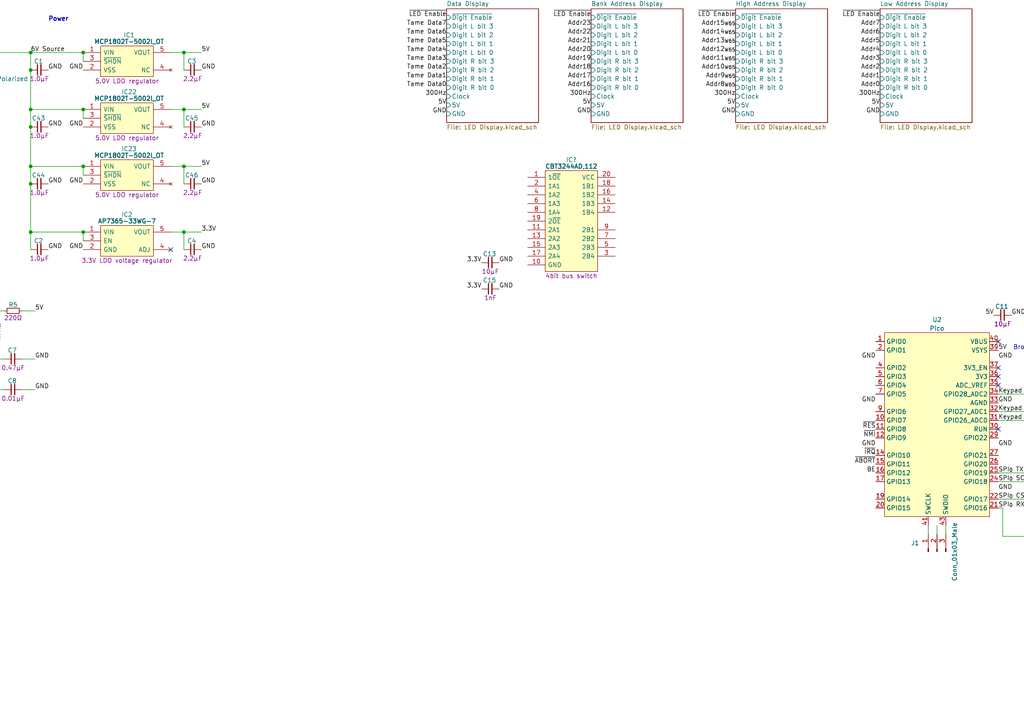
<source format=kicad_sch>
(kicad_sch (version 20211123) (generator eeschema)
  (paper "A4")
  (junction (at 340.36 245.745))
  (junction (at -2.54 90.17))
  (junction (at 302.26 312.42))
  (junction (at 20.32 -24.13))
  (junction (at 8.89 36.83))
  (junction (at 309.88 312.42))
  (junction (at -22.86 -24.13))
  (junction (at 24.13 31.75))
  (junction (at 351.79 173.355))
  (junction (at 340.36 227.965))
  (junction (at -54.61 156.21))
  (junction (at 24.13 48.26))
  (junction (at -11.43 -8.89))
  (junction (at 314.96 312.42))
  (junction (at 53.34 48.26))
  (junction (at 8.89 15.24))
  (junction (at 8.89 67.31))
  (junction (at 8.89 53.34))
  (junction (at 299.72 312.42))
  (junction (at -22.86 -8.89))
  (junction (at -11.43 -24.13))
  (junction (at 8.89 20.32))
  (junction (at 52.07 -22.86))
  (junction (at 312.42 312.42))
  (junction (at 53.34 15.24))
  (junction (at 53.34 67.31))
  (junction (at -3.81 15.24))
  (junction (at 8.89 31.75))
  (junction (at -10.16 101.6))
  (junction (at 317.5 312.42))
  (junction (at 307.34 312.42))
  (junction (at 304.8 312.42))
  (junction (at 24.13 67.31))
  (junction (at 20.32 -8.89))
  (junction (at 8.89 48.26))
  (junction (at -2.54 101.6))
  (junction (at -17.78 25.4))
  (junction (at 53.34 31.75))
  (junction (at 24.13 15.24))
  (no_connect (at 289.56 109.22))
  (no_connect (at 289.56 106.68))
  (no_connect (at 289.56 99.06))
  (no_connect (at 289.56 111.76))
  (no_connect (at 452.12 73.66))
  (no_connect (at 452.12 71.12))
  (no_connect (at 452.12 66.04))
  (no_connect (at 440.69 86.36))
  (no_connect (at 452.12 68.58))
  (no_connect (at 438.15 86.36))
  (no_connect (at 438.15 53.34))
  (no_connect (at 440.69 53.34))
  (no_connect (at 435.61 53.34))
  (no_connect (at 433.07 53.34))
  (no_connect (at 425.45 53.34))
  (no_connect (at 427.99 53.34))
  (no_connect (at 430.53 53.34))
  (no_connect (at 405.13 53.34))
  (no_connect (at 407.67 53.34))
  (no_connect (at 402.59 53.34))
  (no_connect (at 410.21 53.34))
  (no_connect (at 422.91 53.34))
  (no_connect (at 420.37 53.34))
  (no_connect (at 415.29 53.34))
  (no_connect (at 417.83 53.34))
  (no_connect (at 412.75 53.34))
  (no_connect (at -16.51 135.89))
  (no_connect (at -16.51 128.27))
  (no_connect (at 389.89 235.585))
  (no_connect (at 389.89 238.125))
  (no_connect (at 389.89 240.665))
  (no_connect (at -16.51 133.35))
  (no_connect (at 289.56 124.46))
  (no_connect (at 49.53 72.39))
  (no_connect (at -16.51 130.81))
  (wire (pts (xy 328.93 255.905) (xy 365.76 255.905)))
  (wire (pts (xy -11.43 -8.89) (xy 20.32 -8.89)))
  (wire (pts (xy -10.16 101.6) (xy -13.97 101.6)))
  (wire (pts (xy 289.56 147.32) (xy 290.83 147.32)))
  (wire (pts (xy 334.01 175.895) (xy 334.01 179.705)))
  (wire (pts (xy -22.86 -24.13) (xy -33.02 -24.13)))
  (wire (pts (xy 290.83 155.575) (xy 364.49 155.575)))
  (wire (pts (xy 351.79 276.225) (xy 328.93 276.225)))
  (wire (pts (xy 295.275 361.95) (xy 384.81 361.95)))
  (wire (pts (xy 494.03 168.91) (xy 494.03 176.53)))
  (wire (pts (xy 328.93 258.445) (xy 365.76 258.445)))
  (wire (pts (xy -60.96 99.06) (xy -60.96 87.63)))
  (wire (pts (xy -17.78 25.4) (xy -3.81 25.4)))
  (wire (pts (xy 494.03 113.03) (xy 490.22 113.03)))
  (wire (pts (xy 302.26 137.16) (xy 302.26 168.275)))
  (wire (pts (xy 495.3 118.11) (xy 495.3 120.65)))
  (wire (pts (xy 24.13 50.8) (xy 24.13 48.26)))
  (wire (pts (xy 326.39 104.14) (xy 325.12 104.14)))
  (wire (pts (xy 8.89 20.32) (xy 8.89 31.75)))
  (wire (pts (xy 297.815 364.49) (xy 384.81 364.49)))
  (wire (pts (xy 365.76 271.145) (xy 328.93 271.145)))
  (wire (pts (xy 342.9 305.435) (xy 342.9 294.005)))
  (wire (pts (xy 435.61 104.14) (xy 435.61 86.36)))
  (wire (pts (xy -60.96 123.19) (xy -41.91 123.19)))
  (wire (pts (xy 8.89 15.24) (xy 24.13 15.24)))
  (wire (pts (xy 474.98 96.52) (xy 497.84 96.52)))
  (wire (pts (xy 494.03 184.15) (xy 490.22 184.15)))
  (wire (pts (xy 367.665 196.85) (xy 372.745 196.85)))
  (wire (pts (xy 495.3 176.53) (xy 495.3 179.07)))
  (wire (pts (xy 494.03 176.53) (xy 490.22 176.53)))
  (wire (pts (xy 497.84 128.27) (xy 494.03 128.27)))
  (wire (pts (xy 494.03 120.65) (xy 490.22 120.65)))
  (wire (pts (xy 340.36 227.965) (xy 364.49 227.965)))
  (wire (pts (xy 402.59 86.36) (xy 402.59 87.63)))
  (wire (pts (xy 289.56 119.38) (xy 326.39 119.38)))
  (wire (pts (xy 295.275 332.105) (xy 299.72 332.105)))
  (wire (pts (xy 495.3 149.86) (xy 495.3 152.4)))
  (wire (pts (xy 344.17 179.705) (xy 341.63 179.705)))
  (wire (pts (xy 24.13 34.29) (xy 24.13 31.75)))
  (wire (pts (xy 345.44 300.355) (xy 345.44 288.925)))
  (wire (pts (xy 24.13 67.31) (xy 24.13 69.85)))
  (wire (pts (xy -3.81 15.24) (xy 8.89 15.24)))
  (wire (pts (xy 299.72 173.355) (xy 302.26 173.355)))
  (wire (pts (xy 307.34 336.55) (xy 302.895 336.55)))
  (wire (pts (xy 365.76 290.195) (xy 350.52 290.195)))
  (wire (pts (xy -10.16 101.6) (xy -2.54 101.6)))
  (wire (pts (xy 494.03 191.77) (xy 494.03 184.15)))
  (wire (pts (xy 490.22 181.61) (xy 495.3 181.61)))
  (wire (pts (xy 359.41 196.85) (xy 362.585 196.85)))
  (wire (pts (xy 495.3 120.65) (xy 497.84 120.65)))
  (wire (pts (xy -44.45 99.06) (xy -60.96 99.06)))
  (wire (pts (xy 346.71 297.815) (xy 365.76 297.815)))
  (wire (pts (xy -31.75 25.4) (xy -17.78 25.4)))
  (wire (pts (xy 318.77 377.19) (xy 384.81 377.19)))
  (wire (pts (xy 328.93 286.385) (xy 346.71 286.385)))
  (wire (pts (xy 49.53 67.31) (xy 53.34 67.31)))
  (wire (pts (xy 393.7 91.44) (xy 393.7 69.85)))
  (wire (pts (xy 318.77 358.775) (xy 318.77 377.19)))
  (wire (pts (xy 347.98 295.275) (xy 347.98 283.845)))
  (wire (pts (xy 316.23 358.775) (xy 316.23 374.65)))
  (wire (pts (xy 325.12 101.6) (xy 327.66 101.6)))
  (wire (pts (xy 53.34 15.24) (xy 53.34 20.32)))
  (wire (pts (xy 321.31 358.775) (xy 321.31 379.73)))
  (wire (pts (xy -11.43 -24.13) (xy -5.08 -24.13)))
  (wire (pts (xy 494.03 160.02) (xy 494.03 152.4)))
  (wire (pts (xy 10.16 104.14) (xy 6.35 104.14)))
  (wire (pts (xy -44.45 125.73) (xy -41.91 125.73)))
  (wire (pts (xy 302.26 334.01) (xy 302.26 312.42)))
  (wire (pts (xy 8.89 36.83) (xy 8.89 48.26)))
  (wire (pts (xy 328.93 245.745) (xy 340.36 245.745)))
  (wire (pts (xy 300.355 335.28) (xy 300.355 338.455)))
  (wire (pts (xy -22.86 -24.13) (xy -22.86 -20.32)))
  (wire (pts (xy 317.5 332.74) (xy 321.31 332.74)))
  (wire (pts (xy -2.54 90.17) (xy -2.54 93.98)))
  (wire (pts (xy 20.32 -16.51) (xy 20.32 -8.89)))
  (wire (pts (xy 344.17 302.895) (xy 365.76 302.895)))
  (wire (pts (xy 364.49 155.575) (xy 364.49 170.815)))
  (wire (pts (xy 405.13 86.36) (xy 405.13 90.17)))
  (wire (pts (xy 328.93 291.465) (xy 344.17 291.465)))
  (wire (pts (xy 497.84 191.77) (xy 494.03 191.77)))
  (wire (pts (xy 49.53 48.26) (xy 53.34 48.26)))
  (wire (pts (xy 271.78 154.94) (xy 271.78 152.4)))
  (wire (pts (xy 365.76 305.435) (xy 342.9 305.435)))
  (wire (pts (xy 297.815 338.455) (xy 297.815 334.01)))
  (wire (pts (xy 351.79 287.655) (xy 351.79 276.225)))
  (wire (pts (xy 342.9 294.005) (xy 328.93 294.005)))
  (wire (pts (xy 364.49 170.815) (xy 365.76 170.815)))
  (wire (pts (xy 314.96 312.42) (xy 314.96 334.01)))
  (wire (pts (xy 327.66 121.92) (xy 289.56 121.92)))
  (wire (pts (xy 53.34 15.24) (xy 58.42 15.24)))
  (wire (pts (xy 490.22 149.86) (xy 495.3 149.86)))
  (wire (pts (xy 328.93 281.305) (xy 349.25 281.305)))
  (wire (pts (xy 393.7 69.85) (xy 382.27 69.85)))
  (wire (pts (xy 495.3 184.15) (xy 497.84 184.15)))
  (wire (pts (xy 312.42 312.42) (xy 312.42 335.28)))
  (wire (pts (xy 304.8 309.245) (xy 304.8 312.42)))
  (wire (pts (xy -10.16 87.63) (xy -10.16 101.6)))
  (wire (pts (xy 497.84 176.53) (xy 495.3 176.53)))
  (wire (pts (xy 8.89 48.26) (xy 8.89 53.34)))
  (wire (pts (xy -60.96 101.6) (xy -60.96 123.19)))
  (wire (pts (xy 321.31 379.73) (xy 384.81 379.73)))
  (wire (pts (xy 313.69 372.11) (xy 384.81 372.11)))
  (wire (pts (xy 52.07 -16.51) (xy 20.32 -16.51)))
  (wire (pts (xy 326.39 119.38) (xy 326.39 104.14)))
  (wire (pts (xy 494.03 128.27) (xy 494.03 120.65)))
  (wire (pts (xy 304.8 104.14) (xy 309.88 104.14)))
  (wire (pts (xy 300.355 367.03) (xy 384.81 367.03)))
  (wire (pts (xy 497.84 105.41) (xy 494.03 105.41)))
  (wire (pts (xy 53.34 67.31) (xy 58.42 67.31)))
  (wire (pts (xy 289.56 144.78) (xy 299.72 144.78)))
  (wire (pts (xy -7.62 99.06) (xy -13.97 99.06)))
  (wire (pts (xy 330.2 173.355) (xy 336.55 173.355)))
  (wire (pts (xy 299.72 309.245) (xy 299.72 312.42)))
  (wire (pts (xy 289.56 114.3) (xy 304.8 114.3)))
  (wire (pts (xy 274.32 154.94) (xy 274.32 152.4)))
  (wire (pts (xy -11.43 -19.05) (xy -11.43 -15.24)))
  (wire (pts (xy 494.03 105.41) (xy 494.03 113.03)))
  (wire (pts (xy 52.07 -25.4) (xy 49.53 -25.4)))
  (wire (pts (xy 52.07 -25.4) (xy 52.07 -22.86)))
  (wire (pts (xy 346.71 286.385) (xy 346.71 297.815)))
  (wire (pts (xy 300.355 358.775) (xy 300.355 367.03)))
  (wire (pts (xy 490.22 118.11) (xy 495.3 118.11)))
  (wire (pts (xy -13.97 123.19) (xy -13.97 124.46)))
  (wire (pts (xy 328.93 260.985) (xy 365.76 260.985)))
  (wire (pts (xy 289.56 139.7) (xy 300.99 139.7)))
  (wire (pts (xy -3.81 25.4) (xy -3.81 24.13)))
  (wire (pts (xy -2.54 101.6) (xy -2.54 99.06)))
  (wire (pts (xy 344.17 175.895) (xy 344.17 179.705)))
  (wire (pts (xy 49.53 15.24) (xy 53.34 15.24)))
  (wire (pts (xy -10.16 15.24) (xy -3.81 15.24)))
  (wire (pts (xy 494.03 144.78) (xy 490.22 144.78)))
  (wire (pts (xy 8.89 31.75) (xy 24.13 31.75)))
  (wire (pts (xy 1.27 104.14) (xy -2.54 104.14)))
  (wire (pts (xy -11.43 -8.89) (xy -11.43 -10.16)))
  (wire (pts (xy 344.17 291.465) (xy 344.17 302.895)))
  (wire (pts (xy 381 216.535) (xy 340.36 216.535)))
  (wire (pts (xy 20.32 -24.13) (xy 26.67 -24.13)))
  (wire (pts (xy 302.26 309.245) (xy 302.26 312.42)))
  (wire (pts (xy -16.51 123.19) (xy -13.97 123.19)))
  (wire (pts (xy 328.93 268.605) (xy 365.76 268.605)))
  (wire (pts (xy 8.89 67.31) (xy 8.89 72.39)))
  (wire (pts (xy 398.145 185.42) (xy 359.41 185.42)))
  (wire (pts (xy 370.84 170.815) (xy 372.745 170.815)))
  (wire (pts (xy 300.99 139.7) (xy 300.99 170.815)))
  (wire (pts (xy 494.03 152.4) (xy 490.22 152.4)))
  (wire (pts (xy 497.84 113.03) (xy 495.3 113.03)))
  (wire (pts (xy -54.61 156.21) (xy -53.34 156.21)))
  (wire (pts (xy 302.895 369.57) (xy 384.81 369.57)))
  (wire (pts (xy 314.96 109.22) (xy 317.5 109.22)))
  (wire (pts (xy 497.84 137.16) (xy 494.03 137.16)))
  (wire (pts (xy -11.43 -8.89) (xy -22.86 -8.89)))
  (wire (pts (xy 309.88 309.245) (xy 309.88 312.42)))
  (wire (pts (xy 330.2 175.895) (xy 334.01 175.895)))
  (wire (pts (xy 405.13 90.17) (xy 401.32 90.17)))
  (wire (pts (xy -60.96 87.63) (xy -10.16 87.63)))
  (wire (pts (xy 10.16 90.17) (xy 6.35 90.17)))
  (wire (pts (xy 365.76 287.655) (xy 351.79 287.655)))
  (wire (pts (xy 321.31 332.74) (xy 321.31 338.455)))
  (wire (pts (xy -53.34 163.83) (xy -54.61 163.83)))
  (wire (pts (xy 307.34 312.42) (xy 307.34 336.55)))
  (wire (pts (xy -44.45 101.6) (xy -60.96 101.6)))
  (wire (pts (xy 309.88 312.42) (xy 309.88 336.55)))
  (wire (pts (xy 340.36 227.965) (xy 340.36 245.745)))
  (wire (pts (xy 289.56 137.16) (xy 302.26 137.16)))
  (wire (pts (xy 317.5 312.42) (xy 317.5 332.74)))
  (wire (pts (xy 307.34 309.245) (xy 307.34 312.42)))
  (wire (pts (xy -2.54 101.6) (xy -2.54 104.14)))
  (wire (pts (xy 474.98 87.63) (xy 497.84 87.63)))
  (wire (pts (xy 334.01 179.705) (xy 336.55 179.705)))
  (wire (pts (xy 52.07 -22.86) (xy 52.07 -16.51)))
  (wire (pts (xy 318.77 334.01) (xy 318.77 338.455)))
  (wire (pts (xy 302.895 358.775) (xy 302.895 369.57)))
  (wire (pts (xy -13.97 124.46) (xy -44.45 124.46)))
  (wire (pts (xy 8.89 15.24) (xy 8.89 20.32)))
  (wire (pts (xy 495.3 181.61) (xy 495.3 184.15)))
  (wire (pts (xy -2.54 90.17) (xy 1.27 90.17)))
  (wire (pts (xy 495.3 115.57) (xy 490.22 115.57)))
  (wire (pts (xy -7.62 104.14) (xy -7.62 113.03)))
  (wire (pts (xy 495.3 147.32) (xy 490.22 147.32)))
  (wire (pts (xy 351.79 175.895) (xy 344.17 175.895)))
  (wire (pts (xy 53.34 31.75) (xy 53.34 36.83)))
  (wire (pts (xy 10.16 -24.13) (xy 20.32 -24.13)))
  (wire (pts (xy -33.02 15.24) (xy -25.4 15.24)))
  (wire (pts (xy 300.355 335.28) (xy 304.8 335.28)))
  (wire (pts (xy 290.83 147.32) (xy 290.83 155.575)))
  (wire (pts (xy 365.76 295.275) (xy 347.98 295.275)))
  (wire (pts (xy -7.62 90.17) (xy -7.62 99.06)))
  (wire (pts (xy -13.97 104.14) (xy -7.62 104.14)))
  (wire (pts (xy 300.99 170.815) (xy 302.26 170.815)))
  (wire (pts (xy 295.275 358.775) (xy 295.275 361.95)))
  (wire (pts (xy -7.62 90.17) (xy -2.54 90.17)))
  (wire (pts (xy 295.275 338.455) (xy 295.275 332.105)))
  (wire (pts (xy 495.3 152.4) (xy 497.84 152.4)))
  (wire (pts (xy 313.69 336.55) (xy 313.69 338.455)))
  (wire (pts (xy 341.63 173.355) (xy 351.79 173.355)))
  (wire (pts (xy 8.89 31.75) (xy 8.89 36.83)))
  (wire (pts (xy 316.23 374.65) (xy 384.81 374.65)))
  (wire (pts (xy 402.59 87.63) (xy 401.32 87.63)))
  (wire (pts (xy 304.8 114.3) (xy 304.8 104.14)))
  (wire (pts (xy 24.13 17.78) (xy 24.13 15.24)))
  (wire (pts (xy -22.86 -24.13) (xy -11.43 -24.13)))
  (wire (pts (xy 398.145 174.625) (xy 398.145 185.42)))
  (wire (pts (xy 317.5 309.245) (xy 317.5 312.42)))
  (wire (pts (xy 327.66 101.6) (xy 327.66 121.92)))
  (wire (pts (xy 304.8 335.28) (xy 304.8 312.42)))
  (wire (pts (xy 351.79 173.355) (xy 372.745 173.355)))
  (wire (pts (xy 52.07 -22.86) (xy 49.53 -22.86)))
  (wire (pts (xy 313.69 358.775) (xy 313.69 372.11)))
  (wire (pts (xy -17.78 22.86) (xy -17.78 25.4)))
  (wire (pts (xy 350.52 278.765) (xy 328.93 278.765)))
  (wire (pts (xy 365.76 273.685) (xy 328.93 273.685)))
  (wire (pts (xy 347.98 283.845) (xy 328.93 283.845)))
  (wire (pts (xy -12.7 125.73) (xy -16.51 125.73)))
  (wire (pts (xy 497.84 160.02) (xy 494.03 160.02)))
  (wire (pts (xy 340.36 245.745) (xy 340.36 359.41)))
  (wire (pts (xy 8.89 67.31) (xy 24.13 67.31)))
  (wire (pts (xy 20.32 -25.4) (xy 20.32 -24.13)))
  (wire (pts (xy 389.89 216.535) (xy 386.08 216.535)))
  (wire (pts (xy 302.895 336.55) (xy 302.895 338.455)))
  (wire (pts (xy 312.42 309.245) (xy 312.42 312.42)))
  (wire (pts (xy 494.03 137.16) (xy 494.03 144.78)))
  (wire (pts (xy -31.75 -8.89) (xy -22.86 -8.89)))
  (wire (pts (xy -3.81 16.51) (xy -3.81 15.24)))
  (wire (pts (xy 316.23 335.28) (xy 316.23 338.455)))
  (wire (pts (xy -7.62 113.03) (xy 1.27 113.03)))
  (wire (pts (xy 407.67 91.44) (xy 393.7 91.44)))
  (wire (pts (xy 312.42 335.28) (xy 316.23 335.28)))
  (wire (pts (xy 497.84 144.78) (xy 495.3 144.78)))
  (wire (pts (xy -33.02 -24.13) (xy -33.02 15.24)))
  (wire (pts (xy 53.34 72.39) (xy 53.34 67.31)))
  (wire (pts (xy 49.53 31.75) (xy 53.34 31.75)))
  (wire (pts (xy 407.67 86.36) (xy 407.67 91.44)))
  (wire (pts (xy 349.25 292.735) (xy 365.76 292.735)))
  (wire (pts (xy -54.61 163.83) (xy -54.61 156.21)))
  (wire (pts (xy 340.36 216.535) (xy 340.36 227.965)))
  (wire (pts (xy 299.72 144.78) (xy 299.72 173.355)))
  (wire (pts (xy 53.34 48.26) (xy 58.42 48.26)))
  (wire (pts (xy 495.3 113.03) (xy 495.3 115.57)))
  (wire (pts (xy -31.75 25.4) (xy -31.75 -8.89)))
  (wire (pts (xy 53.34 31.75) (xy 58.42 31.75)))
  (wire (pts (xy 10.16 113.03) (xy 6.35 113.03)))
  (wire (pts (xy 350.52 290.195) (xy 350.52 278.765)))
  (wire (pts (xy 297.815 358.775) (xy 297.815 364.49)))
  (wire (pts (xy 309.88 336.55) (xy 313.69 336.55)))
  (wire (pts (xy 297.815 334.01) (xy 302.26 334.01)))
  (wire (pts (xy 8.89 53.34) (xy 8.89 67.31)))
  (wire (pts (xy 495.3 179.07) (xy 490.22 179.07)))
  (wire (pts (xy 497.84 168.91) (xy 494.03 168.91)))
  (wire (pts (xy 349.25 281.305) (xy 349.25 292.735)))
  (wire (pts (xy 53.34 48.26) (xy 53.34 53.34)))
  (wire (pts (xy -22.86 -8.89) (xy -22.86 -12.7)))
  (wire (pts (xy 345.44 288.925) (xy 328.93 288.925)))
  (wire (pts (xy 299.72 312.42) (xy 299.72 332.105)))
  (wire (pts (xy -55.88 156.21) (xy -54.61 156.21)))
  (wire (pts (xy 328.93 263.525) (xy 365.76 263.525)))
  (wire (pts (xy 269.24 154.94) (xy 269.24 152.4)))
  (wire (pts (xy -44.45 124.46) (xy -44.45 125.73)))
  (wire (pts (xy 328.93 266.065) (xy 365.76 266.065)))
  (wire (pts (xy 495.3 144.78) (xy 495.3 147.32)))
  (wire (pts (xy 359.41 185.42) (xy 359.41 196.85)))
  (wire (pts (xy 314.96 309.245) (xy 314.96 312.42)))
  (wire (pts (xy 8.89 48.26) (xy 24.13 48.26)))
  (wire (pts (xy 365.76 300.355) (xy 345.44 300.355)))
  (wire (pts (xy 314.96 334.01) (xy 318.77 334.01)))
  (text "Brown" (at 299.72 101.6 180) (effects (font (size 1.27 1.27)) (justify right bottom)))
  (text "Power switch\nPower dump resistor on caps\nPico Power from Pi and Switch to disconnect.\nSmoothing resistors on ... everything\nRemove 4816Ps and replace with 1206s\nSeparate MCP1802s by major IC\nData hex display driven by Pico\nSingle step 65c816 using Pico\nWE and OE on AS7C3 driven by Pico too\nPull resistor on RDY\nRWB driven high when BE" (at 103.505 261.62 0) (effects (font (size 2.56 2.56)) (justify left bottom)))
  (text "Grey" (at 309.88 109.22 180) (effects (font (size 1.27 1.27)) (justify right bottom)))
  (text "Yellow" (at 325.12 101.6 0) (effects (font (size 1.27 1.27)) (justify left bottom)))
  (text "White" (at 325.12 104.14 0) (effects (font (size 1.27 1.27)) (justify left bottom)))
  (text "Green" (at 309.88 104.14 180) (effects (font (size 1.27 1.27)) (justify right bottom)))
  (text "Power" (at 13.97 6.35 0) (effects (font (size 1.27 1.27) (thickness 0.254) bold) (justify left bottom)))
  (label "~{ABORT}" (at 254 134.62 180))
  (label "GND" (at 387.35 82.55 0))
  (label "Addr14_{W65}" (at 213.36 10.16 180))
  (label "3.3V" (at 463.55 257.175 180))
  (label "Addr2" (at 365.76 300.355 0))
  (label "~{IRQ}_{W65}" (at 288.29 248.285 180))
  (label "12V Forward" (at -21.59 -24.13 0))
  (label "PHI2_{W65}" (at 447.675 160.02 0))
  (label "BE" (at 364.49 230.505 180))
  (label "300Hz" (at 129.54 27.94 180))
  (label "VPA" (at 469.9 184.15 180))
  (label "GND" (at 342.265 160.02 0))
  (label "Addr15" (at 421.64 255.905 180))
  (label "Addr5" (at 255.27 12.7 180))
  (label "RDY" (at 288.29 253.365 180))
  (label "Addr21" (at 171.45 12.7 180))
  (label "~{IRQ}" (at 254 132.08 180))
  (label "Addr20" (at 410.21 369.57 0))
  (label "GND" (at 24.13 53.34 180))
  (label "VDA" (at 469.9 120.65 180))
  (label "GND" (at 407.67 188.595 0))
  (label "5V" (at 401.32 90.17 180))
  (label "Keypad Q_{IN}" (at 289.56 114.3 0))
  (label "~{ABORT}_{W65}" (at 288.29 250.825 180))
  (label "GND" (at 372.745 178.435 180))
  (label "GND" (at 58.42 72.39 0))
  (label "Data1" (at 448.31 306.705 270))
  (label "Addr15_{W65}" (at 328.93 255.905 0))
  (label "GND" (at 364.49 235.585 180))
  (label "Data3" (at 443.23 306.705 270))
  (label "GND" (at 356.87 68.58 180))
  (label "Data3_{W65}" (at 309.88 321.31 270))
  (label "GND" (at 505.46 176.53 0))
  (label "Addr12" (at 365.76 263.525 0))
  (label "Addr8" (at 421.64 273.685 180))
  (label "3.3V" (at 461.01 243.205 0))
  (label "MX" (at 469.9 118.11 180))
  (label "300Hz" (at 171.45 27.94 180))
  (label "GND" (at -41.91 133.35 180))
  (label "~{VP}" (at 328.93 253.365 0))
  (label "Data0_{W65}" (at 317.5 321.31 270))
  (label "Addr14_{W65}" (at 328.93 258.445 0))
  (label "GND" (at -19.05 25.4 180))
  (label "5V" (at 328.93 240.665 0))
  (label "Addr9" (at 365.76 271.145 0))
  (label "GND" (at 250.19 239.395 0))
  (label "BE_{W65}" (at 447.675 157.48 0))
  (label "Addr6" (at 255.27 10.16 180))
  (label "Addr19" (at 410.21 372.11 0))
  (label "GND" (at 250.19 254.635 0))
  (label "GND" (at 403.225 162.56 0))
  (label "GND" (at 421.64 296.545 180))
  (label "~{PHI2}" (at 389.89 233.045 0))
  (label "5V" (at 389.89 57.15 180))
  (label "5V" (at 58.42 48.26 0))
  (label "GND" (at 129.54 33.02 180))
  (label "Data2" (at 445.77 306.705 270))
  (label "~{PHI2}" (at 384.81 359.41 180))
  (label "GND" (at 505.46 152.4 0))
  (label "3.3V" (at 58.42 67.31 0))
  (label "VPA" (at 328.93 250.825 0))
  (label "GND" (at 255.27 33.02 180))
  (label "Addr10_{W65}" (at 328.93 268.605 0))
  (label "Addr10_{W65}" (at 213.36 20.32 180))
  (label "Addr11_{W65}" (at 213.36 17.78 180))
  (label "Addr8_{W65}" (at 213.36 25.4 180))
  (label "Addr7_{W65}" (at 328.93 276.225 0))
  (label "Addr7" (at 365.76 287.655 0))
  (label "Tame Data5" (at 129.54 12.7 180))
  (label "5V" (at 283.21 268.605 180))
  (label "Addr11_{W65}" (at 328.93 266.065 0))
  (label "BE" (at 469.9 96.52 180))
  (label "Data5" (at 438.15 306.705 270))
  (label "BE" (at 254 137.16 180))
  (label "~{RES}" (at 254 124.46 180))
  (label "GND" (at 288.29 260.985 0))
  (label "GND" (at 288.29 301.625 180))
  (label "Addr4" (at 255.27 15.24 180))
  (label "~{ABORT}_{W65}" (at 469.9 152.4 180))
  (label "GND" (at -41.91 135.89 180))
  (label "Addr15_{W65}" (at 213.36 7.62 180))
  (label "GND" (at 288.29 296.545 180))
  (label "Addr17" (at 421.64 250.825 180))
  (label "GND" (at 421.64 299.085 180))
  (label "Addr12" (at 421.64 263.525 180))
  (label "Data2_{W65}" (at 312.42 321.31 270))
  (label "R~{W" (at 447.675 152.4 0))
  (label "~{LED Enable}" (at -55.88 156.21 180))
  (label "GND" (at 505.46 120.65 0))
  (label "Addr16" (at 171.45 25.4 180))
  (label "Addr15" (at 365.76 255.905 0))
  (label "SPI_{0} SCK" (at 289.56 139.7 0))
  (label "Tame Data7" (at 129.54 7.62 180))
  (label "Addr0" (at 421.64 294.005 180))
  (label "GND" (at 293.37 91.44 0))
  (label "GND" (at 401.32 87.63 180))
  (label "GND" (at 505.46 160.02 0))
  (label "3.3V" (at 139.7 76.2 180))
  (label "VDA" (at 447.675 165.1 0))
  (label "Addr5_{W65}" (at 328.93 281.305 0))
  (label "5V" (at 283.21 276.225 180))
  (label "Tame Data3" (at 365.76 372.11 0))
  (label "GND" (at 351.79 178.435 180))
  (label "Tame Data3" (at 129.54 17.78 180))
  (label "~{IRQ}_{W65}" (at 469.9 176.53 180))
  (label "PHI2" (at 469.9 87.63 180))
  (label "MX" (at 447.675 162.56 0))
  (label "GND" (at 254 116.84 180))
  (label "GND" (at 13.97 20.32 0))
  (label "Addr14" (at 421.64 258.445 180))
  (label "GND" (at -44.45 96.52 180))
  (label "~{ABORT}_{W65}" (at 447.675 175.26 0))
  (label "GND" (at 24.13 72.39 180))
  (label "PHI2_{W65}" (at 288.29 240.665 180))
  (label "Addr9_{W65}" (at 328.93 271.145 0))
  (label "RDY" (at 447.675 172.72 0))
  (label "Addr22" (at 410.21 364.49 0))
  (label "GND" (at 372.745 199.39 180))
  (label "Addr3" (at 421.64 286.385 180))
  (label "PHI2" (at 364.49 233.045 180))
  (label "GND" (at 384.81 382.27 180))
  (label "Data4_{W65}" (at 307.34 321.31 270))
  (label "5V" (at 171.45 30.48 180))
  (label "Addr1" (at 255.27 22.86 180))
  (label "Clk" (at 330.2 173.355 0))
  (label "Tame Clk" (at 341.63 173.355 0))
  (label "Addr7" (at 421.64 276.225 180))
  (label "Addr5" (at 421.64 281.305 180))
  (label "E" (at 469.9 115.57 180))
  (label "Addr17" (at 171.45 22.86 180))
  (label "Addr3_{W65}" (at 328.93 286.385 0))
  (label "~{ML}" (at 447.675 180.34 0))
  (label "5V" (at 129.54 30.48 180))
  (label "Addr19" (at 171.45 17.78 180))
  (label "BE_{W65}" (at 288.29 255.905 180))
  (label "SPI_{0} TX" (at 289.56 137.16 0))
  (label "GND" (at 254 104.14 180))
  (label "~{NMI}_{W65}" (at 288.29 245.745 180))
  (label "GND" (at 213.36 33.02 180))
  (label "5V" (at 289.56 101.6 0))
  (label "Addr11" (at 421.64 266.065 180))
  (label "5V" (at -17.78 114.3 180))
  (label "~{WE}" (at 421.64 243.205 180))
  (label "3.3V" (at 461.01 240.665 0))
  (label "5V" (at 58.42 31.75 0))
  (label "~{ML}" (at 469.9 179.07 180))
  (label "PHI2" (at 398.145 196.85 0))
  (label "Addr10" (at 365.76 268.605 0))
  (label "Tame Data1" (at 365.76 377.19 0))
  (label "Data6" (at 435.61 306.705 270))
  (label "GND" (at 468.63 249.555 0))
  (label "GND" (at 356.87 160.02 0))
  (label "Addr3" (at 255.27 17.78 180))
  (label "GND" (at 394.97 57.15 0))
  (label "GND" (at 364.49 238.125 180))
  (label "5V" (at -44.45 104.14 180))
  (label "GND" (at 288.29 268.605 0))
  (label "300Hz" (at 255.27 27.94 180))
  (label "GND" (at 288.29 276.225 0))
  (label "GND" (at 363.22 222.885 0))
  (label "~{LED Enable}" (at 171.45 5.08 180))
  (label "GND" (at 505.46 128.27 0))
  (label "Keypad CP" (at 289.56 119.38 0))
  (label "Addr7" (at 255.27 7.62 180))
  (label "Data0" (at 450.85 306.705 270))
  (label "5V" (at 356.87 71.12 180))
  (label "5V" (at -13.97 96.52 0))
  (label "GND" (at 505.46 113.03 0))
  (label "Addr12_{W65}" (at 213.36 15.24 180))
  (label "GND" (at 505.46 96.52 0))
  (label "V_{0}" (at 382.27 69.85 0))
  (label "~{VP}" (at 469.9 147.32 180))
  (label "Addr4" (at 365.76 295.275 0))
  (label "~{VP}" (at 447.675 170.18 0))
  (label "Addr0" (at 365.76 305.435 0))
  (label "Addr13_{W65}" (at 328.93 260.985 0))
  (label "MX" (at 328.93 301.625 0))
  (label "Data4" (at 440.69 306.705 270))
  (label "Addr17" (at 410.21 377.19 0))
  (label "SPI_{0} CS" (at 289.56 144.78 0))
  (label "~{BE}" (at 384.81 356.87 180))
  (label "5V" (at -48.26 163.83 0))
  (label "GND" (at 289.56 142.24 0))
  (label "3.3V" (at 398.145 170.815 0))
  (label "Tame Data0" (at 129.54 25.4 180))
  (label "Addr2_{W65}" (at 328.93 288.925 0))
  (label "Addr2" (at 255.27 20.32 180))
  (label "~{BE}" (at 389.89 230.505 0))
  (label "~{NMI}_{W65}" (at 469.9 181.61 180))
  (label "Addr14" (at 365.76 258.445 0))
  (label "Addr23" (at 171.45 7.62 180))
  (label "3.3V" (at 337.185 160.02 180))
  (label "GND" (at 289.56 104.14 0))
  (label "~{RES}_{W65}" (at 469.9 144.78 180))
  (label "300Hz" (at -7.62 125.73 0))
  (label "~{OE}" (at 421.64 240.665 180))
  (label "GND" (at 13.97 36.83 0))
  (label "GND" (at -41.91 138.43 180))
  (label "5V" (at 213.36 30.48 180))
  (label "3.3V" (at 398.145 194.31 0))
  (label "GND" (at 13.97 53.34 0))
  (label "5V" (at 382.27 82.55 180))
  (label "GND" (at -12.7 114.3 0))
  (label "3.3V" (at 410.21 356.87 0))
  (label "5V" (at 283.21 260.985 180))
  (label "SPI_{0} RX" (at 289.56 147.32 0))
  (label "Addr6" (at 365.76 290.195 0))
  (label "~{NMI}" (at 254 127 180))
  (label "~{WE}" (at 389.89 216.535 0))
  (label "3.3V" (at 358.14 222.885 180))
  (label "Addr5" (at 365.76 292.735 0))
  (label "GND" (at 10.16 113.03 0))
  (label "GND" (at 288.29 299.085 180))
  (label "Addr4" (at 421.64 283.845 180))
  (label "Addr0" (at 255.27 25.4 180))
  (label "R~{W" (at 328.93 245.745 0))
  (label "Data5_{W65}" (at 304.8 321.31 270))
  (label "3.3V" (at 402.59 188.595 180))
  (label "5V" (at 389.89 64.77 180))
  (label "Addr18" (at 171.45 20.32 180))
  (label "R~{W" (at 469.9 113.03 180))
  (label "Addr21" (at 410.21 367.03 0))
  (label "GND" (at 505.46 137.16 0))
  (label "Addr22" (at 171.45 10.16 180))
  (label "Tame Data1" (at 129.54 22.86 180))
  (label "5V" (at 10.16 90.17 0))
  (label "5V" (at 255.27 30.48 180))
  (label "Addr16" (at 410.21 379.73 0))
  (label "5V" (at 309.88 101.6 180))
  (label "~{RES}_{W65}" (at 288.29 243.205 180))
  (label "Addr9_{W65}" (at 213.36 22.86 180))
  (label "Data1_{W65}" (at 314.96 321.31 270))
  (label "~{ML}" (at 328.93 296.545 0))
  (label "GND" (at 58.42 20.32 0))
  (label "GND" (at 468.63 257.175 0))
  (label "Addr13_{W65}" (at 213.36 12.7 180))
  (label "~{LED Enable}" (at 213.36 5.08 180))
  (label "GND" (at 364.49 243.205 180))
  (label "Addr8_{W65}" (at 328.93 273.685 0))
  (label "E" (at 447.675 154.94 0))
  (label "GND" (at 394.97 64.77 0))
  (label "Addr20" (at 171.45 15.24 180))
  (label "GND" (at 505.46 191.77 0))
  (label "Addr1" (at 365.76 302.895 0))
  (label "GND" (at 144.78 83.82 0))
  (label "Data6_{W65}" (at 302.26 321.31 270))
  (label "Addr23" (at 410.21 361.95 0))
  (label "3.3V" (at 351.79 160.02 180))
  (label "GND" (at 254 129.54 180))
  (label "GND" (at 505.46 144.78 0))
  (label "~{RES}_{W65}" (at 447.675 167.64 0))
  (label "GND" (at 414.02 349.25 0))
  (label "GND" (at 171.45 33.02 180))
  (label "Tame Data6" (at 129.54 10.16 180))
  (label "~{NMI}_{W65}" (at 447.675 182.88 0))
  (label "GND" (at 58.42 53.34 0))
  (label "GND" (at -41.91 130.81 180))
  (label "GND" (at -41.91 128.27 180))
  (label "6V Source" (at 8.89 15.24 0))
  (label "Addr18" (at 410.21 374.65 0))
  (label "3.3V" (at 330.2 168.275 0))
  (label "Addr1" (at 421.64 291.465 180))
  (label "Tame Data0" (at 365.76 379.73 0))
  (label "3.3V" (at 463.55 249.555 180))
  (label "Tame Data2" (at 129.54 20.32 180))
  (label "GND" (at 13.97 72.39 0))
  (label "GND" (at -27.94 156.21 0))
  (label "Tame Data4" (at 365.76 369.57 0))
  (label "Addr10" (at 421.64 268.605 180))
  (label "Addr8" (at 365.76 273.685 0))
  (label "3.3V" (at 408.94 349.25 180))
  (label "Data7" (at 433.07 306.705 270))
  (label "RDY" (at 469.9 149.86 180))
  (label "Addr3" (at 365.76 297.815 0))
  (label "VPA" (at 447.675 185.42 0))
  (label "3.3V" (at 398.145 162.56 180))
  (label "~{LED Enable}" (at 255.27 5.08 180))
  (label "5V" (at -16.51 120.65 0))
  (label "Tame Data6" (at 365.76 364.49 0))
  (label "GND" (at 302.26 168.91 180))
  (label "Addr4_{W65}" (at 328.93 283.845 0))
  (label "Tame Data4" (at 129.54 15.24 180))
  (label "Addr13" (at 365.76 260.985 0))
  (label "5V" (at 58.42 15.24 0))
  (label "GND" (at 505.46 87.63 0))
  (label "GND" (at 327.66 160.02 0))
  (label "GND" (at 505.46 105.41 0))
  (label "Addr12_{W65}" (at 328.93 263.525 0))
  (label "Addr6" (at 421.64 278.765 180))
  (label "GND" (at 10.16 104.14 0))
  (label "GND" (at 314.96 109.22 180))
  (label "E" (at 328.93 299.085 0))
  (label "GND" (at 58.42 36.83 0))
  (label "5V" (at 288.29 91.44 180))
  (label "GND" (at 24.13 20.32 180))
  (label "~{IRQ}_{W65}" (at 447.675 177.8 0))
  (label "Addr11" (at 365.76 266.065 0))
  (label "Addr0_{W65}" (at 328.93 294.005 0))
  (label "VDA" (at 328.93 248.285 0))
  (label "300Hz" (at 213.36 27.94 180))
  (label "Addr9" (at 421.64 271.145 180))
  (label "Addr1_{W65}" (at 328.93 291.465 0))
  (label "Tame Data2" (at 365.76 374.65 0))
  (label "GND" (at 250.19 252.095 0))
  (label "Tame Data5" (at 365.76 367.03 0))
  (label "GND" (at 289.56 116.84 0))
  (label "GND" (at 421.64 245.745 180))
  (label "Addr18" (at 421.64 248.285 180))
  (label "GND" (at 505.46 168.91 0))
  (label "GND" (at 144.78 76.2 0))
  (label "GND" (at 289.56 129.54 0))
  (label "GND" (at 250.19 241.935 0))
  (label "Addr16" (at 421.64 253.365 180))
  (label "3.3V" (at 139.7 83.82 180))
  (label "3.3V" (at 322.58 160.02 180))
  (label "GND" (at 364.49 240.665 180))
  (label "GND" (at 505.46 184.15 0))
  (label "Tame Data7" (at 365.76 361.95 0))
  (label "3.3V" (at 389.89 225.425 0))
  (label "GND" (at 24.13 36.83 180))
  (label "~{OE}" (at 389.89 227.965 0))
  (label "Addr6_{W65}" (at 328.93 278.765 0))
  (label "Addr13" (at 421.64 260.985 180))
  (label "~{LED Enable}" (at 129.54 5.08 180))
  (label "Addr2" (at 421.64 288.925 180))
  (label "Data7_{W65}" (at 299.72 321.31 270))
  (label "BE" (at 330.2 170.815 0))
  (label "Keypad PL" (at 289.56 121.92 0))
  (label "5V" (at 328.93 243.205 0))
  (symbol (lib_id "power:PWR_FLAG") (at -22.86 -24.13 0) (unit 1)
    (property "Reference" "#FLG0103" (effects hide))
    (property "Value" "PWR_FLAG" (at -22.86 -27.94 0))
  )
  (symbol (lib_id "HCP65:C_0805") (at 288.29 91.44 0) (unit 1)
    (property "Reference" "C11" (at 290.576 88.9 0))
    (property "Value" "C_0805" (effects hide))
    (property "Footprint" "SamacSys_Parts:C_0805" (effects hide))
    (property "Description" "10μF" (at 290.83 93.98 0))
  )
  (symbol (lib_id "RS_Components:491-087") (at 309.88 101.6 0) (unit 1)
    (property "Reference" "J4" (at 317.5 93.345 0))
    (property "Value" "491-087" (at 317.5 95.25 0) (effects (font bold)))
    (property "Footprint" "491087" (effects hide))
    (property "Description" "5 Pin Din Socket" (at 317.5 110.744 0))
    (property "Height" "19.6" (effects hide))
    (property "Manufacturer_Name" "RS Components" (effects hide))
    (property "Manufacturer_Part_Number" "491-087" (effects hide))
  )
  (symbol (lib_id "Device:C_Polarized") (at -3.81 20.32 0) (unit 1)
    (property "Reference" "C6" (at -3.175 17.78 0) (effects (justify left)))
    (property "Value" "C_Polarized" (at -3.175 22.86 0) (effects (justify left)))
    (property "Footprint" "SamacSys_Parts:CP_Radial_D8.0mm_P3.80mm" (effects hide))
  )
  (symbol (lib_id "Wurth_Elektronik:150224VS73100A") (at 501.65 160.02 180) (unit 1)
    (property "Reference" "LED11" (at 501.65 161.925 0) (effects (justify bottom)))
    (property "Value" "150224VS73100A" (effects hide))
    (property "Footprint" "150224VS73100A" (effects hide))
    (property "Datasheet" "https://www.we-online.com/katalog/datasheet/150224VS73100A.pdf" (effects hide))
    (property "Description" "green LED" (at 501.65 156.845 0) (effects (justify bottom)))
    (property "Height" "1.41" (effects hide))
    (property "Manufacturer_Name" "Wurth Elektronik" (effects hide))
    (property "Manufacturer_Part_Number" "150224VS73100A" (effects hide))
    (property "Mouser Part Number" "710-150224VS73100A" (effects hide))
    (property "Mouser Price/Stock" "https://www.mouser.co.uk/ProductDetail/Wurth-Elektronik/150224VS73100A?qs=8Aam6%252B7C6HG2%2FfdOsQ%2FdNg%3D%3D" (effects hide))
    (property "Silkscreen" "grn" (effects hide))
  )
  (symbol (lib_id "WDC:W65C816S6TQG-14") (at 288.29 240.665 0) (unit 1)
    (property "Reference" "IC7" (at 308.61 235.585 0))
    (property "Value" "W65C816S6TQG-14" (at 308.61 237.49 0) (effects (font bold)))
    (property "Footprint" "SamacSys_Parts:W65C816 PLCC 0.8mm 44 Pin" (effects hide))
    (property "Datasheet" "https://componentsearchengine.com/Datasheets/1/W65C816S6TQG-14.pdf" (effects hide))
    (property "Description" "W65C816" (at 308.61 271.145 0))
    (property "Height" "4.57" (effects hide))
    (property "Mouser Part Number" "955-W65C816S6TQG-14" (effects hide))
    (property "Mouser Price/Stock" "https://www.mouser.co.uk/ProductDetail/Western-Design-Center-WDC/W65C816S6TQG-14?qs=9lcNTSmDlCpDFNJ8GRf7eQ%3D%3D" (effects hide))
    (property "Manufacturer_Name" "Western Design Center (WDC)" (effects hide))
    (property "Manufacturer_Part_Number" "W65C816S6TQG-14" (effects hide))
  )
  (symbol (lib_id "Nexperia:74LVC04AD,118") (at 364.49 227.965 0) (unit 1)
    (property "Reference" "IC13" (at 377.19 220.345 0))
    (property "Value" "74LVC04AD,118" (at 377.19 222.25 0) (effects (font bold)))
    (property "Footprint" "SOIC127P600X175-14N" (effects hide))
    (property "Datasheet" "https://assets.nexperia.com/documents/data-sheet/74LVC04A.pdf" (effects hide))
    (property "Description" "inverter" (at 377.19 246.38 0))
    (property "Height" "1.75" (effects hide))
    (property "Mouser Part Number" "771-74LVC04AD-T" (effects hide))
    (property "Mouser Price/Stock" "https://www.mouser.co.uk/ProductDetail/Nexperia/74LVC04AD118?qs=me8TqzrmIYWth3Q0Nudt8A%3D%3D" (effects hide))
    (property "Manufacturer_Name" "Nexperia" (effects hide))
    (property "Manufacturer_Part_Number" "74LVC04AD,118" (effects hide))
  )
  (symbol (lib_id "HCP65:C_0805") (at 283.21 260.985 0) (unit 1)
    (property "Reference" "C14" (at 285.496 258.445 0))
    (property "Value" "C_0805" (effects hide))
    (property "Footprint" "SamacSys_Parts:C_0805" (effects hide))
    (property "Description" "10μF" (at 285.75 263.525 0))
  )
  (symbol (lib_id "Connector:Conn_01x08_Male") (at 360.68 295.275 0) (unit 1)
    (property "Reference" "J7" (at 360.68 285.115 0))
    (property "Value" "Conn_01x08_Male" (at 360.68 307.975 0))
    (property "Footprint" "Connector_PinHeader_2.54mm:PinHeader_1x08_P2.54mm_Vertical" (effects hide))
  )
  (symbol (lib_id "HCP65:C_0805") (at 8.89 72.39 0) (unit 1)
    (property "Reference" "C2" (at 11.176 69.85 0))
    (property "Value" "C_0805" (effects hide))
    (property "Footprint" "SamacSys_Parts:C_0805" (effects hide))
    (property "Description" "1.0µF" (at 11.43 74.93 0))
  )
  (symbol (lib_id "Bourns:CAY16-470J4LF") (at 295.275 358.775 90) (unit 1)
    (property "Reference" "RN?" (at 290.195 348.615 0))
    (property "Value" "CAY16-470J4LF" (at 292.1 348.615 0))
    (property "Footprint" "CAY16470J4LF" (effects hide))
    (property "Datasheet" "https://www.bourns.com/pdfs/CATCAY.pdf" (effects hide))
    (property "Description" "47Ω 4-array resistor" (at 306.07 348.615 0))
    (property "Height" "0.6" (effects hide))
    (property "Manufacturer_Name" "Bourns" (effects hide))
    (property "Manufacturer_Part_Number" "CAY16-470J4LF" (effects hide))
    (property "Mouser Part Number" "652-CAY16-470J4LF" (effects hide))
    (property "Mouser Price/Stock" "https://www.mouser.co.uk/ProductDetail/Bourns/CAY16-470J4LF?qs=qTIqTK87QiXUF9QNWUvo2Q%3D%3D" (effects hide))
    (property "Arrow Part Number" "CAY16-470J4LF" (effects hide))
    (property "Arrow Price/Stock" "https://www.arrow.com/en/products/cay16-470j4lf/bourns" (effects hide))
    (property "Silkscreen" "47Ω" (effects hide))
  )
  (symbol (lib_id "HCP65:C_0805") (at 8.89 53.34 0) (unit 1)
    (property "Reference" "C44" (at 11.176 50.8 0))
    (property "Value" "C_0805" (effects hide))
    (property "Footprint" "SamacSys_Parts:C_0805" (effects hide))
    (property "Description" "1.0µF" (at 11.43 55.88 0))
  )
  (symbol (lib_id "HCP65:C_0805") (at 402.59 188.595 0) (unit 1)
    (property "Reference" "C25" (at 404.876 186.055 0))
    (property "Value" "C_0805" (effects hide))
    (property "Footprint" "SamacSys_Parts:C_0805" (effects hide))
    (property "Description" "1nF" (at 405.13 191.135 0))
  )
  (symbol (lib_id "HCP65:R_0805") (at 1.27 90.17 0) (unit 1)
    (property "Reference" "R5" (at 3.81 88.392 0))
    (property "Value" "R_0805" (effects hide))
    (property "Footprint" "SamacSys_Parts:R_0805" (effects hide))
    (property "Description" "220Ω" (at 3.81 92.202 0))
  )
  (symbol (lib_id "Connector:Conn_01x03_Male") (at 271.78 160.02 90) (unit 1)
    (property "Reference" "J1" (at 265.43 157.48 90))
    (property "Value" "Conn_01x03_Male" (at 276.86 160.02 0))
    (property "Footprint" "Connector_PinHeader_2.54mm:PinHeader_1x03_P2.54mm_Vertical" (effects hide))
  )
  (symbol (lib_id "Wurth_Elektronik:150224VS73100A") (at 501.65 105.41 180) (unit 1)
    (property "Reference" "LED4" (at 501.65 107.315 0) (effects (justify bottom)))
    (property "Value" "150224VS73100A" (effects hide))
    (property "Footprint" "150224VS73100A" (effects hide))
    (property "Datasheet" "https://www.we-online.com/katalog/datasheet/150224VS73100A.pdf" (effects hide))
    (property "Description" "green LED" (at 501.65 102.235 0) (effects (justify bottom)))
    (property "Height" "1.41" (effects hide))
    (property "Manufacturer_Name" "Wurth Elektronik" (effects hide))
    (property "Manufacturer_Part_Number" "150224VS73100A" (effects hide))
    (property "Mouser Part Number" "710-150224VS73100A" (effects hide))
    (property "Mouser Price/Stock" "https://www.mouser.co.uk/ProductDetail/Wurth-Elektronik/150224VS73100A?qs=8Aam6%252B7C6HG2%2FfdOsQ%2FdNg%3D%3D" (effects hide))
    (property "Silkscreen" "grn" (effects hide))
  )
  (symbol (lib_id "Wurth_Elektronik:150224VS73100A") (at 501.65 184.15 180) (unit 1)
    (property "Reference" "LED14" (at 501.65 186.055 0) (effects (justify bottom)))
    (property "Value" "150224VS73100A" (effects hide))
    (property "Footprint" "150224VS73100A" (effects hide))
    (property "Datasheet" "https://www.we-online.com/katalog/datasheet/150224VS73100A.pdf" (effects hide))
    (property "Description" "green LED" (at 501.65 180.975 0) (effects (justify bottom)))
    (property "Height" "1.41" (effects hide))
    (property "Manufacturer_Name" "Wurth Elektronik" (effects hide))
    (property "Manufacturer_Part_Number" "150224VS73100A" (effects hide))
    (property "Mouser Part Number" "710-150224VS73100A" (effects hide))
    (property "Mouser Price/Stock" "https://www.mouser.co.uk/ProductDetail/Wurth-Elektronik/150224VS73100A?qs=8Aam6%252B7C6HG2%2FfdOsQ%2FdNg%3D%3D" (effects hide))
    (property "Silkscreen" "grn" (effects hide))
  )
  (symbol (lib_id "Diodes_Inc:AP7365-33WG-7") (at 24.13 67.31 0) (unit 1)
    (property "Reference" "IC2" (at 36.83 62.23 0))
    (property "Value" "AP7365-33WG-7" (at 36.83 64.135 0) (effects (font bold)))
    (property "Footprint" "SOT95P285X130-5N" (effects hide))
    (property "Datasheet" "https://componentsearchengine.com/Datasheets/1/AP7365-33WG-7.pdf" (effects hide))
    (property "Description" "3.3V LDO voltage regulator" (at 36.83 75.565 0))
    (property "Height" "1.3" (effects hide))
    (property "Manufacturer_Name" "Diodes Inc." (effects hide))
    (property "Manufacturer_Part_Number" "AP7365-33WG-7" (effects hide))
    (property "Mouser Part Number" "621-AP7365-33WG-7" (effects hide))
    (property "Mouser Price/Stock" "https://www.mouser.co.uk/ProductDetail/Diodes-Incorporated/AP7365-33WG-7?qs=abZ1nkZpTuOZFvxvoFPL0w%3D%3D" (effects hide))
    (property "Arrow Part Number" "AP7365-33WG-7" (effects hide))
    (property "Arrow Price/Stock" "https://www.arrow.com/en/products/ap7365-33wg-7/diodes-incorporated?region=nac" (effects hide))
    (property "Silkscreen" "AP7365" (effects hide))
  )
  (symbol (lib_id "Connector:Conn_01x14_Male") (at 442.595 167.64 0) (unit 1)
    (property "Reference" "J9" (at 442.595 149.86 0))
    (property "Value" "Conn_01x14_Male" (at 442.595 187.96 0))
    (property "Footprint" "Connector_PinHeader_2.54mm:PinHeader_1x14_P2.54mm_Vertical" (effects hide))
  )
  (symbol (lib_id "HCP65:C_0805") (at 463.55 249.555 0) (unit 1)
    (property "Reference" "C10" (at 465.836 247.015 0))
    (property "Value" "C_0805" (effects hide))
    (property "Footprint" "SamacSys_Parts:C_0805" (effects hide))
    (property "Description" "10μF" (at 466.09 252.095 0))
  )
  (symbol (lib_id "Bourns:CAY16-681J4LF") (at 469.9 144.78 0) (unit 1)
    (property "Reference" "RN21" (at 480.06 139.7 0))
    (property "Value" "CAY16-681J4LF" (at 480.06 141.605 0))
    (property "Footprint" "SamacSys_Parts:CAY16-J4" (effects hide))
    (property "Datasheet" "https://www.bourns.com/pdfs/CATCAY.pdf" (effects hide))
    (property "Description" "680Ω 4-array resistor" (at 480.06 155.575 0))
    (property "Manufacturer_Name" "Bourns" (effects hide))
    (property "Manufacturer_Part_Number" "CAY16-681J4LF" (effects hide))
    (property "Mouser Part Number" "652-CAY16-681J4LF" (effects hide))
    (property "Mouser Price/Stock" "https://www.mouser.co.uk/ProductDetail/Bourns/CAY16-472J4LF?qs=vjljXApjgZXDWSqaYW6%252BOA%3D%3D" (effects hide))
    (property "Silkscreen" "680Ω" (effects hide))
  )
  (symbol (lib_id "HCP65:C_0805") (at 463.55 257.175 0) (unit 1)
    (property "Reference" "C18" (at 465.836 254.635 0))
    (property "Value" "C_0805" (effects hide))
    (property "Footprint" "SamacSys_Parts:C_0805" (effects hide))
    (property "Description" "1nF" (at 466.09 259.715 0))
  )
  (symbol (lib_id "Device:C_Polarized") (at -22.86 -16.51 0) (unit 1)
    (property "Reference" "C5" (at -22.225 -19.05 0) (effects (justify left)))
    (property "Value" "C_Polarized" (effects hide))
    (property "Footprint" "SamacSys_Parts:CP_Radial_D8.0mm_P3.80mm" (effects hide))
  )
  (symbol (lib_id "NMTC:NMTC-S16205DRGHS-07") (at 406.4 31.75 0) (unit 1)
    (property "Reference" "DS1" (at 441.96 53.34 0) (effects (justify left)))
    (property "Value" "NMTC-S16205DRGHS-07" (at 441.96 55.88 0) (effects (justify left)))
    (property "Footprint" "NMTCS16205DRGHS07_1" (effects hide))
    (property "Description" "LCD Character Display Modules & Accessories Gray Reflective" (effects hide))
    (property "Mouser Part Number" "668-NC-S16205DRGHS" (effects hide))
    (property "Mouser Price/Stock" "https://www.mouser.co.uk/ProductDetail/Microtips-Technology/NMTC-S16205DRGHS-07?qs=wd5RIQLrsJjrkTMKolxTdA%3D%3D" (effects hide))
    (property "Manufacturer_Name" "Microtips Technology" (effects hide))
    (property "Manufacturer_Part_Number" "NMTC-S16205DRGHS-07" (effects hide))
  )
  (symbol (lib_id "HCP65:C_0805") (at -17.78 114.3 0) (unit 1)
    (property "Reference" "C24" (at -15.494 111.76 0))
    (property "Value" "C_0805" (effects hide))
    (property "Footprint" "SamacSys_Parts:C_0805" (effects hide))
    (property "Description" "1nF" (at -15.24 116.84 0))
  )
  (symbol (lib_id "Wurth_Elektronik:150224VS73100A") (at 501.65 176.53 180) (unit 1)
    (property "Reference" "LED13" (at 501.65 178.435 0) (effects (justify bottom)))
    (property "Value" "150224VS73100A" (effects hide))
    (property "Footprint" "150224VS73100A" (effects hide))
    (property "Datasheet" "https://www.we-online.com/katalog/datasheet/150224VS73100A.pdf" (effects hide))
    (property "Description" "green LED" (at 501.65 173.355 0) (effects (justify bottom)))
    (property "Height" "1.41" (effects hide))
    (property "Manufacturer_Name" "Wurth Elektronik" (effects hide))
    (property "Manufacturer_Part_Number" "150224VS73100A" (effects hide))
    (property "Mouser Part Number" "710-150224VS73100A" (effects hide))
    (property "Mouser Price/Stock" "https://www.mouser.co.uk/ProductDetail/Wurth-Elektronik/150224VS73100A?qs=8Aam6%252B7C6HG2%2FfdOsQ%2FdNg%3D%3D" (effects hide))
    (property "Silkscreen" "grn" (effects hide))
  )
  (symbol (lib_name "Pico_1") (lib_id "Raspberry:Pico") (at 271.78 123.19 0) (unit 1)
    (property "Reference" "U2" (at 271.78 92.71 0))
    (property "Value" "Pico" (at 271.78 95.25 0))
    (property "Footprint" "SamacSys_Parts:RPi_Pico_SMD" (effects hide))
  )
  (symbol (lib_id "Wurth_Elektronik:150224VS73100A") (at 501.65 113.03 180) (unit 1)
    (property "Reference" "LED5" (at 501.65 114.935 0) (effects (justify bottom)))
    (property "Value" "150224VS73100A" (effects hide))
    (property "Footprint" "150224VS73100A" (effects hide))
    (property "Datasheet" "https://www.we-online.com/katalog/datasheet/150224VS73100A.pdf" (effects hide))
    (property "Description" "green LED" (at 501.65 109.855 0) (effects (justify bottom)))
    (property "Height" "1.41" (effects hide))
    (property "Manufacturer_Name" "Wurth Elektronik" (effects hide))
    (property "Manufacturer_Part_Number" "150224VS73100A" (effects hide))
    (property "Mouser Part Number" "710-150224VS73100A" (effects hide))
    (property "Mouser Price/Stock" "https://www.mouser.co.uk/ProductDetail/Wurth-Elektronik/150224VS73100A?qs=8Aam6%252B7C6HG2%2FfdOsQ%2FdNg%3D%3D" (effects hide))
    (property "Silkscreen" "grn" (effects hide))
  )
  (symbol (lib_id "HCP65:R_0805") (at 336.55 173.355 0) (unit 1)
    (property "Reference" "R6" (at 339.09 171.577 0))
    (property "Value" "R_0805" (effects hide))
    (property "Footprint" "SamacSys_Parts:R_0805" (effects hide))
    (property "Description" "47Ω" (at 339.09 175.387 0))
  )
  (symbol (lib_id "Alliance:AS7C34096A-8TIN") (at 421.64 240.665 0) (unit 1)
    (property "Reference" "IC14" (at 440.69 235.585 0))
    (property "Value" "AS7C34096A-8TIN" (at 440.69 237.49 0) (effects (font bold)))
    (property "Footprint" "SOP80P1176X120-44N" (effects hide))
    (property "Datasheet" "https://www.alliancememory.com/wp-content/uploads/pdf/sram/fa/AS7C34096A-8TINrev1.3.pdf" (effects hide))
    (property "Description" "512K 8-bit SRAM" (at 441.325 270.51 0))
    (property "Height" "1.2" (effects hide))
    (property "Manufacturer_Name" "Alliance Memory" (effects hide))
    (property "Manufacturer_Part_Number" "AS7C34096A-8TIN" (effects hide))
    (property "Mouser Part Number" "913-AS7C34096A-8TIN" (effects hide))
    (property "Mouser Price/Stock" "https://www.mouser.co.uk/ProductDetail/Alliance-Memory/AS7C34096A-8TIN?qs=iyLo5FA4poBS8QHXJOzn5g%3D%3D" (effects hide))
  )
  (symbol (lib_id "Connector:Conn_01x08_Male") (at 360.68 263.525 0) (unit 1)
    (property "Reference" "J6" (at 360.68 253.365 0))
    (property "Value" "Conn_01x08_Male" (at 360.68 276.225 0))
    (property "Footprint" "Connector_PinHeader_2.54mm:PinHeader_1x08_P2.54mm_Vertical" (effects hide))
  )
  (symbol (lib_id "HCP65:C_0805") (at 283.21 276.225 0) (unit 1)
    (property "Reference" "C42" (at 285.496 273.685 0))
    (property "Value" "C_0805" (effects hide))
    (property "Footprint" "SamacSys_Parts:C_0805" (effects hide))
    (property "Description" "0.1μF" (at 285.75 278.765 0))
  )
  (symbol (lib_id "HCP65:R_0805") (at 336.55 179.705 0) (unit 1)
    (property "Reference" "R12" (at 339.09 177.927 0))
    (property "Value" "R_0805" (effects hide))
    (property "Footprint" "SamacSys_Parts:R_0805" (effects hide))
    (property "Description" "47Ω" (at 339.09 181.737 0))
  )
  (symbol (lib_id "Bourns:CAY16-470J4LF") (at 313.69 358.775 90) (unit 1)
    (property "Reference" "RN?" (at 308.61 348.615 0))
    (property "Value" "CAY16-470J4LF" (at 310.515 348.615 0))
    (property "Footprint" "CAY16470J4LF" (effects hide))
    (property "Datasheet" "https://www.bourns.com/pdfs/CATCAY.pdf" (effects hide))
    (property "Description" "47Ω 4-array resistor" (at 324.485 348.615 0))
    (property "Height" "0.6" (effects hide))
    (property "Manufacturer_Name" "Bourns" (effects hide))
    (property "Manufacturer_Part_Number" "CAY16-470J4LF" (effects hide))
    (property "Mouser Part Number" "652-CAY16-470J4LF" (effects hide))
    (property "Mouser Price/Stock" "https://www.mouser.co.uk/ProductDetail/Bourns/CAY16-470J4LF?qs=qTIqTK87QiXUF9QNWUvo2Q%3D%3D" (effects hide))
    (property "Arrow Part Number" "CAY16-470J4LF" (effects hide))
    (property "Arrow Price/Stock" "https://www.arrow.com/en/products/cay16-470j4lf/bourns" (effects hide))
    (property "Silkscreen" "47Ω" (effects hide))
  )
  (symbol (lib_id "Bourns:CAY16-681J4LF") (at 469.9 113.03 0) (unit 1)
    (property "Reference" "RN20" (at 480.06 107.95 0))
    (property "Value" "CAY16-681J4LF" (at 480.06 109.855 0))
    (property "Footprint" "SamacSys_Parts:CAY16-J4" (effects hide))
    (property "Datasheet" "https://www.bourns.com/pdfs/CATCAY.pdf" (effects hide))
    (property "Description" "680Ω 4-array resistor" (at 480.06 123.825 0))
    (property "Manufacturer_Name" "Bourns" (effects hide))
    (property "Manufacturer_Part_Number" "CAY16-681J4LF" (effects hide))
    (property "Mouser Part Number" "652-CAY16-681J4LF" (effects hide))
    (property "Mouser Price/Stock" "https://www.mouser.co.uk/ProductDetail/Bourns/CAY16-472J4LF?qs=vjljXApjgZXDWSqaYW6%252BOA%3D%3D" (effects hide))
    (property "Silkscreen" "680Ω" (effects hide))
  )
  (symbol (lib_id "Wurth_Elektronik:150224VS73100A") (at 501.65 120.65 180) (unit 1)
    (property "Reference" "LED6" (at 501.65 122.555 0) (effects (justify bottom)))
    (property "Value" "150224VS73100A" (effects hide))
    (property "Footprint" "150224VS73100A" (effects hide))
    (property "Datasheet" "https://www.we-online.com/katalog/datasheet/150224VS73100A.pdf" (effects hide))
    (property "Description" "green LED" (at 501.65 117.475 0) (effects (justify bottom)))
    (property "Height" "1.41" (effects hide))
    (property "Manufacturer_Name" "Wurth Elektronik" (effects hide))
    (property "Manufacturer_Part_Number" "150224VS73100A" (effects hide))
    (property "Mouser Part Number" "710-150224VS73100A" (effects hide))
    (property "Mouser Price/Stock" "https://www.mouser.co.uk/ProductDetail/Wurth-Elektronik/150224VS73100A?qs=8Aam6%252B7C6HG2%2FfdOsQ%2FdNg%3D%3D" (effects hide))
    (property "Silkscreen" "grn" (effects hide))
  )
  (symbol (lib_id "HCP65:C_0805") (at 53.34 53.34 0) (unit 1)
    (property "Reference" "C46" (at 55.626 50.8 0))
    (property "Value" "C_0805" (effects hide))
    (property "Footprint" "SamacSys_Parts:C_0805" (effects hide))
    (property "Description" "2.2µF" (at 55.88 55.88 0))
  )
  (symbol (lib_id "Wurth_Elektronik:150224VS73100A") (at 501.65 191.77 180) (unit 1)
    (property "Reference" "LED15" (at 501.65 193.675 0) (effects (justify bottom)))
    (property "Value" "150224VS73100A" (effects hide))
    (property "Footprint" "150224VS73100A" (effects hide))
    (property "Datasheet" "https://www.we-online.com/katalog/datasheet/150224VS73100A.pdf" (effects hide))
    (property "Description" "green LED" (at 501.65 188.595 0) (effects (justify bottom)))
    (property "Height" "1.41" (effects hide))
    (property "Manufacturer_Name" "Wurth Elektronik" (effects hide))
    (property "Manufacturer_Part_Number" "150224VS73100A" (effects hide))
    (property "Mouser Part Number" "710-150224VS73100A" (effects hide))
    (property "Mouser Price/Stock" "https://www.mouser.co.uk/ProductDetail/Wurth-Elektronik/150224VS73100A?qs=8Aam6%252B7C6HG2%2FfdOsQ%2FdNg%3D%3D" (effects hide))
    (property "Silkscreen" "grn" (effects hide))
  )
  (symbol (lib_id "HCP65:C_0805") (at 53.34 36.83 0) (unit 1)
    (property "Reference" "C45" (at 55.626 34.29 0))
    (property "Value" "C_0805" (effects hide))
    (property "Footprint" "SamacSys_Parts:C_0805" (effects hide))
    (property "Description" "2.2µF" (at 55.88 39.37 0))
  )
  (symbol (lib_id "Analog_Devices:LTC6903CMS8#PBF") (at 302.26 168.275 0) (unit 1)
    (property "Reference" "IC16" (at 316.23 163.195 0))
    (property "Value" "LTC6903CMS8#PBF" (at 316.23 165.1 0) (effects (font bold)))
    (property "Footprint" "SOP65P490X110-8N" (effects hide))
    (property "Datasheet" "https://www.analog.com/media/en/technical-documentation/data-sheets/69034fe.pdf" (effects hide))
    (property "Description" "SPI clock 1KHz - 68MHz" (at 316.23 179.07 0))
    (property "Height" "1.1" (effects hide))
    (property "Manufacturer_Name" "Analog Devices" (effects hide))
    (property "Manufacturer_Part_Number" "LTC6903CMS8#PBF" (effects hide))
    (property "Silkscreen" "LTC6903" (effects hide))
  )
  (symbol (lib_id "Wurth_Elektronik:150224YS73100A") (at 501.65 96.52 180) (unit 1)
    (property "Reference" "LED3" (at 501.65 98.425 0) (effects (justify bottom)))
    (property "Value" "150224YS73100A" (effects hide))
    (property "Footprint" "150224BS73100A" (effects hide))
    (property "Datasheet" "https://www.we-online.com/catalog/datasheet/150224BS73100A.pdf" (effects hide))
    (property "Description" "yellow LED" (at 501.65 93.345 0) (effects (justify bottom)))
    (property "Height" "1.41" (effects hide))
    (property "Manufacturer_Name" "Wurth Elektronik" (effects hide))
    (property "Silkscreen" "ylw" (effects hide))
  )
  (symbol (lib_id "Nexperia:74LVC1G157GV,125") (at 372.745 170.815 0) (unit 1)
    (property "Reference" "IC?" (at 384.81 165.735 0))
    (property "Value" "74LVC1G157GV,125" (at 385.445 167.64 0) (effects (font bold)))
    (property "Footprint" "74LVC1G157GV125" (effects hide))
    (property "Datasheet" "https://assets.nexperia.com/documents/data-sheet/74LVC1G157.pdf" (effects hide))
    (property "Description" "2-bit multiplexer" (at 385.445 181.61 0))
    (property "Height" "1.1" (effects hide))
    (property "Manufacturer_Name" "Nexperia" (effects hide))
    (property "Manufacturer_Part_Number" "74LVC1G157GV,125" (effects hide))
    (property "Mouser Part Number" "771-74LVC1G157GV-G" (effects hide))
    (property "Mouser Price/Stock" "https://www.mouser.co.uk/ProductDetail/Nexperia/74LVC1G157GV125?qs=me8TqzrmIYVvTEwYoevmpg%3D%3D" (effects hide))
    (property "Arrow Part Number" "74LVC1G157GV,125" (effects hide))
    (property "Arrow Price/Stock" "https://www.arrow.com/en/products/74lvc1g157gv125/nexperia?region=nac" (effects hide))
  )
  (symbol (lib_id "Connector:Conn_01x02_Male") (at 245.11 252.095 0) (unit 1)
    (property "Reference" "J11" (at 245.11 249.555 0))
    (property "Value" "Conn_01x02_Male" (at 245.11 257.175 0))
    (property "Footprint" "Connector_PinHeader_2.54mm:PinHeader_1x02_P2.54mm_Vertical" (effects hide))
  )
  (symbol (lib_id "HCP65:C_0805") (at 1.27 104.14 0) (unit 1)
    (property "Reference" "C7" (at 3.556 101.6 0))
    (property "Value" "C_0805" (effects hide))
    (property "Footprint" "SamacSys_Parts:C_0805" (effects hide))
    (property "Description" "0.47μF" (at 3.81 106.68 0))
  )
  (symbol (lib_id "HCP65:C_0805") (at 389.89 57.15 0) (unit 1)
    (property "Reference" "C27" (at 392.176 54.61 0))
    (property "Value" "C_0805" (effects hide))
    (property "Footprint" "SamacSys_Parts:C_0805" (effects hide))
    (property "Description" "10μF" (at 392.43 59.69 0))
  )
  (symbol (lib_id "Texas_Instruments:NE555DRG4") (at -44.45 96.52 0) (unit 1)
    (property "Reference" "IC10" (at -29.21 90.17 0))
    (property "Value" "NE555DRG4" (at -29.21 92.71 0))
    (property "Footprint" "SOIC127P600X175-8N" (effects hide))
    (property "Description" "precision timer" (at -29.21 107.95 0))
    (property "Height" "1.75" (effects hide))
    (property "Mouser Part Number" "595-NE555DRG4" (effects hide))
    (property "Mouser Price/Stock" "https://www.mouser.co.uk/ProductDetail/Texas-Instruments/NE555DRG4?qs=rLYyFdxB%2FmreBHawQCpQ0Q%3D%3D" (effects hide))
    (property "Manufacturer_Name" "Texas Instruments" (effects hide))
    (property "Manufacturer_Part_Number" "NE555DRG4" (effects hide))
    (property "Silkscreen" "NE555" (effects hide))
  )
  (symbol (lib_id "ON_Semiconductor:74VHCT14AM") (at -41.91 123.19 0) (unit 1)
    (property "Reference" "IC15" (at -29.21 115.57 0))
    (property "Value" "74VHCT14AM" (at -29.21 117.475 0) (effects (font bold)))
    (property "Footprint" "SOIC127P600X175-14N" (effects hide))
    (property "Datasheet" "https://docs.rs-online.com/5e2e/0900766b812cf5b5.pdf" (effects hide))
    (property "Description" "inverter" (at -28.575 141.605 0))
    (property "Height" "1.75" (effects hide))
    (property "Manufacturer_Name" "onsemi" (effects hide))
    (property "Manufacturer_Part_Number" "74VHCT14AM" (effects hide))
    (property "Mouser Part Number" "512-74VHCT14AM" (effects hide))
    (property "Mouser Price/Stock" "https://www.mouser.com/Search/Refine.aspx?Keyword=512-74VHCT14AM" (effects hide))
    (property "Arrow Part Number" "74VHCT14AM" (effects hide))
    (property "Arrow Price/Stock" "https://www.arrow.com/en/products/74vhct14am/on-semiconductor" (effects hide))
  )
  (symbol (lib_id "HCP65:NetTie") (at 381 216.535 0) (unit 1)
    (property "Reference" "NT1" (at 383.54 215.265 0))
    (property "Value" "NetTie" (effects hide))
    (property "Footprint" "NetTie:NetTie-2_SMD_Pad0.5mm" (effects hide))
  )
  (symbol (lib_id "Bourns:3306K-1-103") (at 356.87 68.58 0) (unit 1)
    (property "Reference" "VR1" (at 370.84 62.23 0))
    (property "Value" "3306K-1-103" (at 369.57 65.405 0))
    (property "Footprint" "3306K1103" (effects hide))
    (property "Datasheet" "https://www.bourns.com/docs/Product-Datasheets/3306.pdf" (effects hide))
    (property "Description" "10KΩ trimmer resistor" (at 369.57 74.295 0))
    (property "Height" "8.91" (effects hide))
    (property "Manufacturer_Name" "Bourns" (effects hide))
    (property "Manufacturer_Part_Number" "3306K-1-103" (effects hide))
    (property "Mouser Part Number" "652-3306K-1-103" (effects hide))
    (property "Mouser Price/Stock" "https://www.mouser.co.uk/ProductDetail/Bourns/3306K-1-103?qs=K23waP7TVs7Jf7Qc04mQhQ%3D%3D" (effects hide))
    (property "Arrow Part Number" "3306K-1-103" (effects hide))
    (property "Arrow Price/Stock" "https://www.arrow.com/en/products/3306k-1-103/bourns?region=nac" (effects hide))
  )
  (symbol (lib_id "HCP65:C_0805") (at 139.7 76.2 0) (unit 1)
    (property "Reference" "C13" (at 141.986 73.66 0))
    (property "Value" "C_0805" (effects hide))
    (property "Footprint" "SamacSys_Parts:C_0805" (effects hide))
    (property "Description" "10μF" (at 142.24 78.74 0))
  )
  (symbol (lib_id "HCP65:C_0805") (at 322.58 160.02 0) (unit 1)
    (property "Reference" "C20" (at 324.866 157.48 0))
    (property "Value" "C_0805" (effects hide))
    (property "Footprint" "SamacSys_Parts:C_0805" (effects hide))
    (property "Description" "1nF" (at 325.12 162.56 0))
  )
  (symbol (lib_id "HCP65:C_0805") (at 53.34 20.32 0) (unit 1)
    (property "Reference" "C3" (at 55.626 17.78 0))
    (property "Value" "C_0805" (effects hide))
    (property "Footprint" "SamacSys_Parts:C_0805" (effects hide))
    (property "Description" "2.2µF" (at 55.88 22.86 0))
  )
  (symbol (lib_id "HCP65:C_0805") (at 53.34 72.39 0) (unit 1)
    (property "Reference" "C4" (at 55.626 69.85 0))
    (property "Value" "C_0805" (effects hide))
    (property "Footprint" "SamacSys_Parts:C_0805" (effects hide))
    (property "Description" "2.2µF" (at 55.88 74.93 0))
  )
  (symbol (lib_id "HCP65:C_0805") (at 382.27 82.55 0) (unit 1)
    (property "Reference" "C17" (at 384.556 80.01 0))
    (property "Value" "C_0805" (effects hide))
    (property "Footprint" "SamacSys_Parts:C_0805" (effects hide))
    (property "Description" "1nF" (at 384.81 85.09 0))
  )
  (symbol (lib_id "HCP65:R_0805") (at -7.62 125.73 0) (mirror y) (unit 1)
    (property "Reference" "R1" (at -10.16 123.952 0))
    (property "Value" "R_0805" (effects hide))
    (property "Footprint" "SamacSys_Parts:R_0805" (effects hide))
    (property "Description" "47Ω" (at -10.16 127.762 0))
  )
  (symbol (lib_id "HCP65:R_0805") (at -2.54 99.06 90) (unit 1)
    (property "Reference" "R4" (at -5.08 96.52 90))
    (property "Value" "R_0805" (effects hide))
    (property "Footprint" "SamacSys_Parts:R_0805" (effects hide))
    (property "Description" "4.7KΩ" (at -0.508 96.52 0))
  )
  (symbol (lib_id "Microchip:MCP1802T-5002I_OT") (at 24.13 48.26 0) (unit 1)
    (property "Reference" "IC23" (at 37.465 43.18 0))
    (property "Value" "MCP1802T-5002I_OT" (at 37.465 45.085 0) (effects (font bold)))
    (property "Footprint" "SOT95P270X145-5N" (effects hide))
    (property "Datasheet" "http://ww1.microchip.com/downloads/en/DeviceDoc/22053C.pdf" (effects hide))
    (property "Description" "5.0V LDO regulator" (at 36.83 56.515 0))
    (property "Height" "1.45" (effects hide))
    (property "Manufacturer_Name" "Microchip" (effects hide))
    (property "Manufacturer_Part_Number" "MCP1802T-5002I/OT" (effects hide))
    (property "Mouser Part Number" "579-MCP1802T-5002IOT" (effects hide))
    (property "Mouser Price/Stock" "https://www.mouser.co.uk/ProductDetail/Microchip-Technology/MCP1802T-5002I-OT?qs=aE5D7Pt6ky0Y5Ywtpqsmzw%3D%3D" (effects hide))
    (property "Silkscreen" "MCP1802" (effects hide))
  )
  (symbol (lib_id "Wurth_Elektronik:150224VS73100A") (at 501.65 128.27 180) (unit 1)
    (property "Reference" "LED7" (at 501.65 130.175 0) (effects (justify bottom)))
    (property "Value" "150224VS73100A" (effects hide))
    (property "Footprint" "150224VS73100A" (effects hide))
    (property "Datasheet" "https://www.we-online.com/katalog/datasheet/150224VS73100A.pdf" (effects hide))
    (property "Description" "green LED" (at 501.65 125.095 0) (effects (justify bottom)))
    (property "Height" "1.41" (effects hide))
    (property "Manufacturer_Name" "Wurth Elektronik" (effects hide))
    (property "Manufacturer_Part_Number" "150224VS73100A" (effects hide))
    (property "Mouser Part Number" "710-150224VS73100A" (effects hide))
    (property "Mouser Price/Stock" "https://www.mouser.co.uk/ProductDetail/Wurth-Elektronik/150224VS73100A?qs=8Aam6%252B7C6HG2%2FfdOsQ%2FdNg%3D%3D" (effects hide))
    (property "Silkscreen" "grn" (effects hide))
  )
  (symbol (lib_id "power:PWR_FLAG") (at 20.32 -8.89 180) (unit 1)
    (property "Reference" "#FLG0101" (effects hide))
    (property "Value" "PWR_FLAG" (at 20.32 -5.08 0))
  )
  (symbol (lib_id "HCP65:C_0805") (at 8.89 36.83 0) (unit 1)
    (property "Reference" "C43" (at 11.176 34.29 0))
    (property "Value" "C_0805" (effects hide))
    (property "Footprint" "SamacSys_Parts:C_0805" (effects hide))
    (property "Description" "1.0µF" (at 11.43 39.37 0))
  )
  (symbol (lib_id "Bourns:CAY16-681J4LF") (at 469.9 176.53 0) (unit 1)
    (property "Reference" "RN22" (at 480.06 171.45 0))
    (property "Value" "CAY16-681J4LF" (at 480.06 173.355 0))
    (property "Footprint" "SamacSys_Parts:CAY16-J4" (effects hide))
    (property "Datasheet" "https://www.bourns.com/pdfs/CATCAY.pdf" (effects hide))
    (property "Description" "680Ω 4-array resistor" (at 480.06 187.325 0))
    (property "Manufacturer_Name" "Bourns" (effects hide))
    (property "Manufacturer_Part_Number" "CAY16-681J4LF" (effects hide))
    (property "Mouser Part Number" "652-CAY16-681J4LF" (effects hide))
    (property "Mouser Price/Stock" "https://www.mouser.co.uk/ProductDetail/Bourns/CAY16-472J4LF?qs=vjljXApjgZXDWSqaYW6%252BOA%3D%3D" (effects hide))
    (property "Silkscreen" "680Ω" (effects hide))
  )
  (symbol (lib_id "Connector:Conn_01x02_Male") (at 245.11 239.395 0) (unit 1)
    (property "Reference" "J10" (at 245.11 236.855 0))
    (property "Value" "Conn_01x02_Male" (at 245.11 244.475 0))
    (property "Footprint" "Connector_PinHeader_2.54mm:PinHeader_1x02_P2.54mm_Vertical" (effects hide))
  )
  (symbol (lib_id "Wurth_Elektronik:150224YS73100A") (at 501.65 87.63 180) (unit 1)
    (property "Reference" "LED2" (at 501.65 89.535 0) (effects (justify bottom)))
    (property "Value" "150224YS73100A" (effects hide))
    (property "Footprint" "150224BS73100A" (effects hide))
    (property "Datasheet" "https://www.we-online.com/catalog/datasheet/150224BS73100A.pdf" (effects hide))
    (property "Description" "yellow LED" (at 501.65 84.455 0) (effects (justify bottom)))
    (property "Height" "1.41" (effects hide))
    (property "Manufacturer_Name" "Wurth Elektronik" (effects hide))
    (property "Silkscreen" "ylw" (effects hide))
  )
  (symbol (lib_id "Wurth_Elektronik:150224VS73100A") (at 501.65 152.4 180) (unit 1)
    (property "Reference" "LED10" (at 501.65 154.305 0) (effects (justify bottom)))
    (property "Value" "150224VS73100A" (effects hide))
    (property "Footprint" "150224VS73100A" (effects hide))
    (property "Datasheet" "https://www.we-online.com/katalog/datasheet/150224VS73100A.pdf" (effects hide))
    (property "Description" "green LED" (at 501.65 149.225 0) (effects (justify bottom)))
    (property "Height" "1.41" (effects hide))
    (property "Manufacturer_Name" "Wurth Elektronik" (effects hide))
    (property "Manufacturer_Part_Number" "150224VS73100A" (effects hide))
    (property "Mouser Part Number" "710-150224VS73100A" (effects hide))
    (property "Mouser Price/Stock" "https://www.mouser.co.uk/ProductDetail/Wurth-Elektronik/150224VS73100A?qs=8Aam6%252B7C6HG2%2FfdOsQ%2FdNg%3D%3D" (effects hide))
    (property "Silkscreen" "grn" (effects hide))
  )
  (symbol (lib_id "HCP65:R_0805") (at 469.9 87.63 0) (unit 1)
    (property "Reference" "R7" (at 472.44 85.852 0))
    (property "Value" "R_0805" (effects hide))
    (property "Footprint" "SamacSys_Parts:R_0805" (effects hide))
    (property "Description" "1KΩ" (at 472.44 89.662 0))
  )
  (symbol (lib_id "Nexperia:CBT3244AD,112") (at 153.035 51.435 0) (unit 1)
    (property "Reference" "IC?" (at 165.735 46.355 0))
    (property "Value" "CBT3244AD,112" (at 165.735 48.26 0) (effects (font bold)))
    (property "Footprint" "SOIC127P1032X265-20N" (effects hide))
    (property "Datasheet" "https://assets.nexperia.com/documents/data-sheet/CBT3244A.pdf" (effects hide))
    (property "Description" "4bit bus switch" (at 165.735 80.01 0))
    (property "Height" "2.65" (effects hide))
    (property "Manufacturer_Name" "Nexperia" (effects hide))
    (property "Manufacturer_Part_Number" "CBT3244AD,112" (effects hide))
    (property "Mouser Part Number" "771-CBT3244AD" (effects hide))
    (property "Mouser Price/Stock" "https://www.mouser.com/Search/Refine.aspx?Keyword=771-CBT3244AD" (effects hide))
    (property "Arrow Part Number" "CBT3244AD,112" (effects hide))
    (property "Arrow Price/Stock" "https://www.arrow.com/en/products/cbt3244ad112/nexperia" (effects hide))
  )
  (symbol (lib_id "Microchip:MCP1802T-5002I_OT") (at 24.13 15.24 0) (unit 1)
    (property "Reference" "IC1" (at 37.465 10.16 0))
    (property "Value" "MCP1802T-5002I_OT" (at 37.465 12.065 0) (effects (font bold)))
    (property "Footprint" "SOT95P270X145-5N" (effects hide))
    (property "Datasheet" "http://ww1.microchip.com/downloads/en/DeviceDoc/22053C.pdf" (effects hide))
    (property "Description" "5.0V LDO regulator" (at 36.83 23.495 0))
    (property "Height" "1.45" (effects hide))
    (property "Manufacturer_Name" "Microchip" (effects hide))
    (property "Manufacturer_Part_Number" "MCP1802T-5002I/OT" (effects hide))
    (property "Mouser Part Number" "579-MCP1802T-5002IOT" (effects hide))
    (property "Mouser Price/Stock" "https://www.mouser.co.uk/ProductDetail/Microchip-Technology/MCP1802T-5002I-OT?qs=aE5D7Pt6ky0Y5Ywtpqsmzw%3D%3D" (effects hide))
    (property "Silkscreen" "MCP1802" (effects hide))
  )
  (symbol (lib_id "ST_Microelectronics:1N5819RL") (at -5.08 -24.13 0) (unit 1)
    (property "Reference" "D1" (at 2.54 -30.48 0))
    (property "Value" "1N5819RL" (at 2.54 -27.94 0))
    (property "Footprint" "DIOAD1414W86L464D238" (effects hide))
    (property "Datasheet" "http://www.st.com/web/en/resource/technical/document/datasheet/CD00001625.pdf" (effects hide))
    (property "Description" "40V Schottky diode" (at 2.54 -20.32 0))
    (property "Manufacturer_Name" "STMicroelectronics" (effects hide))
    (property "Manufacturer_Part_Number" "1N5819RL" (effects hide))
    (property "Mouser Part Number" "511-1N5819-TR" (effects hide))
    (property "Mouser Price/Stock" "https://www.mouser.co.uk/ProductDetail/STMicroelectronics/1N5819RL?qs=mRqUSD7FX17%2FYMiCEfKDjA%3D%3D" (effects hide))
    (property "Arrow Part Number" "1N5819RL" (effects hide))
    (property "Arrow Price/Stock" "https://www.arrow.com/en/products/1n5819rl/stmicroelectronics?region=europe" (effects hide))
  )
  (symbol (lib_id "Wurth_Elektronik:150224VS73100A") (at 501.65 168.91 180) (unit 1)
    (property "Reference" "LED12" (at 501.65 170.815 0) (effects (justify bottom)))
    (property "Value" "150224VS73100A" (effects hide))
    (property "Footprint" "150224VS73100A" (effects hide))
    (property "Datasheet" "https://www.we-online.com/katalog/datasheet/150224VS73100A.pdf" (effects hide))
    (property "Description" "green LED" (at 501.65 165.735 0) (effects (justify bottom)))
    (property "Height" "1.41" (effects hide))
    (property "Manufacturer_Name" "Wurth Elektronik" (effects hide))
    (property "Manufacturer_Part_Number" "150224VS73100A" (effects hide))
    (property "Mouser Part Number" "710-150224VS73100A" (effects hide))
    (property "Mouser Price/Stock" "https://www.mouser.co.uk/ProductDetail/Wurth-Elektronik/150224VS73100A?qs=8Aam6%252B7C6HG2%2FfdOsQ%2FdNg%3D%3D" (effects hide))
    (property "Silkscreen" "grn" (effects hide))
  )
  (symbol (lib_id "HCP65:C_0805") (at 358.14 222.885 0) (unit 1)
    (property "Reference" "C19" (at 360.426 220.345 0))
    (property "Value" "C_0805" (effects hide))
    (property "Footprint" "SamacSys_Parts:C_0805" (effects hide))
    (property "Description" "1nF" (at 360.68 225.425 0))
  )
  (symbol (lib_id "Wurth_Elektronik:150224VS73100A") (at 501.65 137.16 180) (unit 1)
    (property "Reference" "LED8" (at 501.65 139.065 0) (effects (justify bottom)))
    (property "Value" "150224VS73100A" (effects hide))
    (property "Footprint" "150224VS73100A" (effects hide))
    (property "Datasheet" "https://www.we-online.com/katalog/datasheet/150224VS73100A.pdf" (effects hide))
    (property "Description" "green LED" (at 501.65 133.985 0) (effects (justify bottom)))
    (property "Height" "1.41" (effects hide))
    (property "Manufacturer_Name" "Wurth Elektronik" (effects hide))
    (property "Manufacturer_Part_Number" "150224VS73100A" (effects hide))
    (property "Mouser Part Number" "710-150224VS73100A" (effects hide))
    (property "Mouser Price/Stock" "https://www.mouser.co.uk/ProductDetail/Wurth-Elektronik/150224VS73100A?qs=8Aam6%252B7C6HG2%2FfdOsQ%2FdNg%3D%3D" (effects hide))
    (property "Silkscreen" "grn" (effects hide))
  )
  (symbol (lib_id "HCP65:C_0805") (at 8.89 20.32 0) (unit 1)
    (property "Reference" "C1" (at 11.176 17.78 0))
    (property "Value" "C_0805" (effects hide))
    (property "Footprint" "SamacSys_Parts:C_0805" (effects hide))
    (property "Description" "1.0µF" (at 11.43 22.86 0))
  )
  (symbol (lib_id "Nexperia:CBT3244AD,112") (at -106.68 252.095 0) (unit 1)
    (property "Reference" "IC?" (at -93.98 247.015 0))
    (property "Value" "CBT3244AD,112" (at -93.98 248.92 0) (effects (font bold)))
    (property "Footprint" "SOIC127P1032X265-20N" (effects hide))
    (property "Datasheet" "https://assets.nexperia.com/documents/data-sheet/CBT3244A.pdf" (effects hide))
    (property "Description" "4bit bus switch" (at -93.98 280.67 0))
    (property "Height" "2.65" (effects hide))
    (property "Manufacturer_Name" "Nexperia" (effects hide))
    (property "Manufacturer_Part_Number" "CBT3244AD,112" (effects hide))
    (property "Mouser Part Number" "771-CBT3244AD" (effects hide))
    (property "Mouser Price/Stock" "https://www.mouser.com/Search/Refine.aspx?Keyword=771-CBT3244AD" (effects hide))
    (property "Arrow Part Number" "CBT3244AD,112" (effects hide))
    (property "Arrow Price/Stock" "https://www.arrow.com/en/products/cbt3244ad112/nexperia" (effects hide))
  )
  (symbol (lib_id "RS_Components:448-376") (at 26.67 -25.4 0) (unit 1)
    (property "Reference" "J5" (at 38.1 -31.75 0))
    (property "Value" "448-376" (at 38.1 -29.21 0))
    (property "Footprint" "448376" (effects hide))
    (property "Datasheet" "https://docs.rs-online.com/902a/0900766b81582446.pdf" (effects hide))
    (property "Description" "DC socket" (at 38.1 -19.05 0))
    (property "Height" "11" (effects hide))
    (property "Manufacturer_Name" "RS Components" (effects hide))
    (property "Manufacturer_Part_Number" "448-376" (effects hide))
  )
  (symbol (lib_id "Nexperia:74LVC573AD,112") (at 384.81 356.87 0) (unit 1)
    (property "Reference" "IC12" (at 397.51 351.79 0))
    (property "Value" "74LVC573AD,112" (at 397.51 353.695 0) (effects (font bold)))
    (property "Footprint" "SOIC127P1032X265-20N" (effects hide))
    (property "Datasheet" "https://assets.nexperia.com/documents/data-sheet/74LVC573A.pdf" (effects hide))
    (property "Description" "8-bit D-type latch" (at 397.51 385.445 0))
    (property "Height" "2.65" (effects hide))
    (property "Mouser Part Number" "771-LVC573AD112" (effects hide))
    (property "Mouser Price/Stock" "https://www.mouser.co.uk/ProductDetail/Nexperia/74LVC573AD112?qs=me8TqzrmIYXKzcT3xa95WQ%3D%3D" (effects hide))
    (property "Manufacturer_Name" "Nexperia" (effects hide))
    (property "Manufacturer_Part_Number" "74LVC573AD,112" (effects hide))
  )
  (symbol (lib_id "HCP65:R_0805") (at 365.76 170.815 0) (unit 1)
    (property "Reference" "R?" (at 368.3 169.037 0))
    (property "Value" "R_0805" (effects hide))
    (property "Footprint" "SamacSys_Parts:R_0805" (effects hide))
    (property "Description" "47Ω" (at 368.3 172.847 0))
  )
  (symbol (lib_id "Regulator_Linear:L7806") (at -17.78 15.24 0) (unit 1)
    (property "Reference" "U1" (at -21.59 12.065 0))
    (property "Value" "L7806" (at -17.78 12.065 0) (effects (justify left)))
    (property "Footprint" "SamacSys_Parts:TO-220-3_Vertical" (effects hide))
    (property "Datasheet" "http://www.st.com/content/ccc/resource/technical/document/datasheet/41/4f/b3/b0/12/d4/47/88/CD00000444.pdf/files/CD00000444.pdf/jcr:content/translations/en.CD00000444.pdf" (effects hide))
  )
  (symbol (lib_id "power:PWR_FLAG") (at 20.32 -25.4 0) (unit 1)
    (property "Reference" "#FLG0102" (effects hide))
    (property "Value" "PWR_FLAG" (at 20.32 -29.21 0))
  )
  (symbol (lib_id "Device:LED_Small_Filled") (at -11.43 -21.59 90) (unit 1)
    (property "Reference" "LED1" (at -13.335 -21.59 90) (effects (justify left)))
    (property "Value" "LED_Small_Filled" (effects hide))
    (property "Footprint" "SamacSys_Parts:LED_D5.0mm" (effects hide))
  )
  (symbol (lib_id "Microchip:MCP1802T-5002I_OT") (at 24.13 31.75 0) (unit 1)
    (property "Reference" "IC22" (at 37.465 26.67 0))
    (property "Value" "MCP1802T-5002I_OT" (at 37.465 28.575 0) (effects (font bold)))
    (property "Footprint" "SOT95P270X145-5N" (effects hide))
    (property "Datasheet" "http://ww1.microchip.com/downloads/en/DeviceDoc/22053C.pdf" (effects hide))
    (property "Description" "5.0V LDO regulator" (at 36.83 40.005 0))
    (property "Height" "1.45" (effects hide))
    (property "Manufacturer_Name" "Microchip" (effects hide))
    (property "Manufacturer_Part_Number" "MCP1802T-5002I/OT" (effects hide))
    (property "Mouser Part Number" "579-MCP1802T-5002IOT" (effects hide))
    (property "Mouser Price/Stock" "https://www.mouser.co.uk/ProductDetail/Microchip-Technology/MCP1802T-5002I-OT?qs=aE5D7Pt6ky0Y5Ywtpqsmzw%3D%3D" (effects hide))
    (property "Silkscreen" "MCP1802" (effects hide))
  )
  (symbol (lib_id "HCP65:R_0805") (at 469.9 96.52 0) (unit 1)
    (property "Reference" "R8" (at 472.44 94.742 0))
    (property "Value" "R_0805" (effects hide))
    (property "Footprint" "SamacSys_Parts:R_0805" (effects hide))
    (property "Description" "1KΩ" (at 472.44 98.552 0))
  )
  (symbol (lib_id "HCP65:C_0805") (at 389.89 64.77 0) (unit 1)
    (property "Reference" "C28" (at 392.176 62.23 0))
    (property "Value" "C_0805" (effects hide))
    (property "Footprint" "SamacSys_Parts:C_0805" (effects hide))
    (property "Description" "1nF" (at 392.43 67.31 0))
  )
  (symbol (lib_id "HCP65:C_0805") (at 408.94 349.25 0) (unit 1)
    (property "Reference" "C30" (at 411.226 346.71 0))
    (property "Value" "C_0805" (effects hide))
    (property "Footprint" "SamacSys_Parts:C_0805" (effects hide))
    (property "Description" "1nF" (at 411.48 351.79 0))
  )
  (symbol (lib_id "HCP65:R_0805") (at -53.34 163.83 0) (unit 1)
    (property "Reference" "R2" (at -50.8 162.052 0))
    (property "Value" "R_0805" (effects hide))
    (property "Footprint" "SamacSys_Parts:R_0805" (effects hide))
    (property "Description" "4.7KΩ" (at -50.8 165.862 0))
  )
  (symbol (lib_id "HCP65:C_0805") (at 351.79 160.02 0) (unit 1)
    (property "Reference" "C41" (at 354.076 157.48 0))
    (property "Value" "C_0805" (effects hide))
    (property "Footprint" "SamacSys_Parts:C_0805" (effects hide))
    (property "Description" "10μF" (at 354.33 162.56 0))
  )
  (symbol (lib_id "HCP65:C_0805") (at 337.185 160.02 0) (unit 1)
    (property "Reference" "C9" (at 339.471 157.48 0))
    (property "Value" "C_0805" (effects hide))
    (property "Footprint" "SamacSys_Parts:C_0805" (effects hide))
    (property "Description" "0.1μF" (at 339.725 162.56 0))
  )
  (symbol (lib_id "HCP65:C_0805") (at 1.27 113.03 0) (unit 1)
    (property "Reference" "C8" (at 3.556 110.49 0))
    (property "Value" "C_0805" (effects hide))
    (property "Footprint" "SamacSys_Parts:C_0805" (effects hide))
    (property "Description" "0.01μF" (at 3.81 115.57 0))
  )
  (symbol (lib_id "Nexperia:74LVC1G17GV,125") (at 372.745 196.85 0) (unit 1)
    (property "Reference" "IC17" (at 384.81 189.23 0) (effects (justify left)))
    (property "Value" "74LVC1G17GV,125" (at 385.445 191.135 0) (effects (font bold)))
    (property "Footprint" "SOT95P275X110-5N" (effects hide))
    (property "Datasheet" "https://assets.nexperia.com/documents/data-sheet/74LVC1G17.pdf" (effects hide))
    (property "Description" "Schmitt buffer" (at 386.08 202.565 0))
    (property "Height" "1.1" (effects hide))
    (property "Manufacturer_Name" "Nexperia" (effects hide))
    (property "Manufacturer_Part_Number" "74LVC1G17GV,125" (effects hide))
    (property "Mouser Part Number" "771-LVC1G17GV125" (effects hide))
    (property "Mouser Price/Stock" "https://www.mouser.co.uk/ProductDetail/Nexperia/74LVC1G17GV125?qs=me8TqzrmIYX3DxU5Fpa8sQ%3D%3D" (effects hide))
    (property "Silkscreen" "74LVC1G17" (effects hide))
  )
  (symbol (lib_id "Connector:Conn_01x08_Male") (at 307.34 317.5 90) (unit 1)
    (property "Reference" "J8" (at 297.18 317.5 0))
    (property "Value" "Conn_01x08_Male" (at 320.04 313.055 0))
    (property "Footprint" "Connector_PinHeader_2.54mm:PinHeader_1x08_P2.54mm_Vertical" (effects hide))
  )
  (symbol (lib_id "HCP65:R_0805") (at 362.585 196.85 0) (unit 1)
    (property "Reference" "R?" (at 365.125 195.072 0))
    (property "Value" "R_0805" (effects hide))
    (property "Footprint" "SamacSys_Parts:R_0805" (effects hide))
    (property "Description" "47Ω" (at 365.125 198.882 0))
  )
  (symbol (lib_id "HCP65:R_0805") (at -11.43 -10.16 90) (unit 1)
    (property "Reference" "R3" (at -13.97 -12.7 90))
    (property "Value" "R_0805" (effects hide))
    (property "Footprint" "SamacSys_Parts:R_0805" (effects hide))
    (property "Description" "20KΩ" (at -9.398 -12.7 0))
  )
  (symbol (lib_id "Connector:Conn_01x03_Male") (at 356.87 175.895 180) (unit 1)
    (property "Reference" "J12" (at 354.33 169.545 0))
    (property "Value" "Conn_01x03_Male" (at 355.6 180.975 0))
    (property "Footprint" "Connector_PinHeader_2.54mm:PinHeader_1x03_P2.54mm_Vertical" (effects hide))
  )
  (symbol (lib_id "HCP65:C_0805") (at 139.7 83.82 0) (unit 1)
    (property "Reference" "C15" (at 141.986 81.28 0))
    (property "Value" "C_0805" (effects hide))
    (property "Footprint" "SamacSys_Parts:C_0805" (effects hide))
    (property "Description" "1nF" (at 142.24 86.36 0))
  )
  (symbol (lib_id "Wurth_Elektronik:150224VS73100A") (at 501.65 144.78 180) (unit 1)
    (property "Reference" "LED9" (at 501.65 146.685 0) (effects (justify bottom)))
    (property "Value" "150224VS73100A" (effects hide))
    (property "Footprint" "150224VS73100A" (effects hide))
    (property "Datasheet" "https://www.we-online.com/katalog/datasheet/150224VS73100A.pdf" (effects hide))
    (property "Description" "green LED" (at 501.65 141.605 0) (effects (justify bottom)))
    (property "Height" "1.41" (effects hide))
    (property "Manufacturer_Name" "Wurth Elektronik" (effects hide))
    (property "Manufacturer_Part_Number" "150224VS73100A" (effects hide))
    (property "Mouser Part Number" "710-150224VS73100A" (effects hide))
    (property "Mouser Price/Stock" "https://www.mouser.co.uk/ProductDetail/Wurth-Elektronik/150224VS73100A?qs=8Aam6%252B7C6HG2%2FfdOsQ%2FdNg%3D%3D" (effects hide))
    (property "Silkscreen" "grn" (effects hide))
  )
  (symbol (lib_id "HCP65:C_0805") (at 283.21 268.605 0) (unit 1)
    (property "Reference" "C22" (at 285.496 266.065 0))
    (property "Value" "C_0805" (effects hide))
    (property "Footprint" "SamacSys_Parts:C_0805" (effects hide))
    (property "Description" "1nF" (at 285.75 271.145 0))
  )
  (symbol (lib_id "HCP65:C_0805") (at 398.145 162.56 0) (unit 1)
    (property "Reference" "C?" (at 400.431 160.02 0))
    (property "Value" "C_0805" (effects hide))
    (property "Footprint" "SamacSys_Parts:C_0805" (effects hide))
    (property "Description" "1nF" (at 400.685 165.1 0))
  )
  (symbol (lib_id "Apem:NDS-01V") (at -53.34 156.21 0) (unit 1)
    (property "Reference" "S1" (at -40.64 151.13 0))
    (property "Value" "NDS-01V" (at -40.64 153.035 0) (effects (font bold)))
    (property "Footprint" "NDS01V" (effects hide))
    (property "Datasheet" "http://www.dip.com.tw/en/en-product-information/en-switch002/item/2370-nds-r" (effects hide))
    (property "Description" "1-switch DIP" (at -40.64 159.385 0))
    (property "Height" "7.05" (effects hide))
    (property "Mouser Part Number" "113-NDS01V" (effects hide))
    (property "Mouser Price/Stock" "https://www.mouser.co.uk/ProductDetail/Diptronics/NDS-01V?qs=MLItCLRbWsybtV%2FSbz3VEA%3D%3D" (effects hide))
    (property "Manufacturer_Name" "Diptronics" (effects hide))
    (property "Manufacturer_Part_Number" "NDS-01V" (effects hide))
  )
  (sheet (at 255.27 2.54) (size 26.67 33.02) (stroke (width 0.1524))
    (property "Sheet name" "Low Address Display" (at 255.27 1.8284 0) (effects (justify left bottom)))
    (property "Sheet file" "LED Display.kicad_sch" (at 255.27 36.1446 0) (effects (justify left top)))
    (pin "5V" input (at 255.27 30.48 180))
    (pin "Digit L bit 2" input (at 255.27 10.16 180))
    (pin "Digit L bit 3" input (at 255.27 7.62 180))
    (pin "Clock" input (at 255.27 27.94 180))
    (pin "Digit R bit 1" input (at 255.27 22.86 180))
    (pin "Digit R bit 3" input (at 255.27 17.78 180))
    (pin "GND" input (at 255.27 33.02 180))
    (pin "Digit R bit 2" input (at 255.27 20.32 180))
    (pin "Digit R bit 0" input (at 255.27 25.4 180))
    (pin "Digit L bit 0" input (at 255.27 15.24 180))
    (pin "Digit L bit 1" input (at 255.27 12.7 180))
    (pin "~{Digit Enable}" input (at 255.27 5.08 180))
  )
  (sheet (at 213.36 2.54) (size 26.67 33.02) (stroke (width 0.1524))
    (property "Sheet name" "High Address Display" (at 213.36 1.8284 0) (effects (justify left bottom)))
    (property "Sheet file" "LED Display.kicad_sch" (at 213.36 36.1446 0) (effects (justify left top)))
    (pin "5V" input (at 213.36 30.48 180))
    (pin "Digit L bit 2" input (at 213.36 10.16 180))
    (pin "Digit L bit 3" input (at 213.36 7.62 180))
    (pin "Clock" input (at 213.36 27.94 180))
    (pin "Digit R bit 1" input (at 213.36 22.86 180))
    (pin "Digit R bit 3" input (at 213.36 17.78 180))
    (pin "GND" input (at 213.36 33.02 180))
    (pin "Digit R bit 2" input (at 213.36 20.32 180))
    (pin "Digit R bit 0" input (at 213.36 25.4 180))
    (pin "Digit L bit 0" input (at 213.36 15.24 180))
    (pin "Digit L bit 1" input (at 213.36 12.7 180))
    (pin "~{Digit Enable}" input (at 213.36 5.08 180))
  )
  (sheet (at 171.45 2.54) (size 26.67 33.02) (stroke (width 0.1524))
    (property "Sheet name" "Bank Address Display" (at 171.45 1.8284 0) (effects (justify left bottom)))
    (property "Sheet file" "LED Display.kicad_sch" (at 171.45 36.1446 0) (effects (justify left top)))
    (pin "5V" input (at 171.45 30.48 180))
    (pin "Digit L bit 2" input (at 171.45 10.16 180))
    (pin "Digit L bit 3" input (at 171.45 7.62 180))
    (pin "Clock" input (at 171.45 27.94 180))
    (pin "Digit R bit 1" input (at 171.45 22.86 180))
    (pin "Digit R bit 3" input (at 171.45 17.78 180))
    (pin "GND" input (at 171.45 33.02 180))
    (pin "Digit R bit 2" input (at 171.45 20.32 180))
    (pin "Digit R bit 0" input (at 171.45 25.4 180))
    (pin "Digit L bit 0" input (at 171.45 15.24 180))
    (pin "Digit L bit 1" input (at 171.45 12.7 180))
    (pin "~{Digit Enable}" input (at 171.45 5.08 180))
  )
  (sheet (at 129.54 2.54) (size 26.67 33.02) (stroke (width 0.1524))
    (property "Sheet name" "Data Display" (at 129.54 1.8284 0) (effects (justify left bottom)))
    (property "Sheet file" "LED Display.kicad_sch" (at 129.54 36.1446 0) (effects (justify left top)))
    (pin "5V" input (at 129.54 30.48 180))
    (pin "Digit L bit 2" input (at 129.54 10.16 180))
    (pin "Digit L bit 3" input (at 129.54 7.62 180))
    (pin "Clock" input (at 129.54 27.94 180))
    (pin "Digit R bit 1" input (at 129.54 22.86 180))
    (pin "Digit R bit 3" input (at 129.54 17.78 180))
    (pin "GND" input (at 129.54 33.02 180))
    (pin "Digit R bit 2" input (at 129.54 20.32 180))
    (pin "Digit R bit 0" input (at 129.54 25.4 180))
    (pin "Digit L bit 0" input (at 129.54 15.24 180))
    (pin "Digit L bit 1" input (at 129.54 12.7 180))
    (pin "~{Digit Enable}" input (at 129.54 5.08 180))
  )
)
</source>
